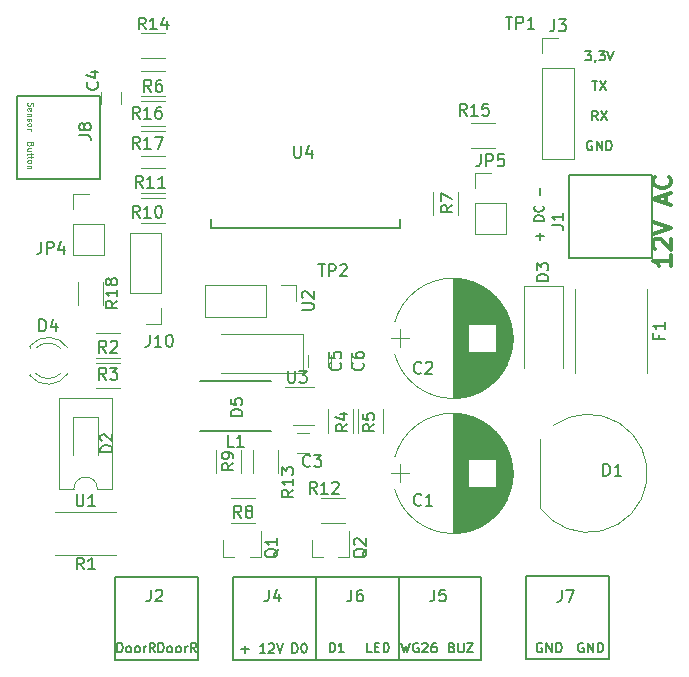
<source format=gbr>
%TF.GenerationSoftware,KiCad,Pcbnew,(5.0.2)-1*%
%TF.CreationDate,2019-04-17T22:45:11+02:00*%
%TF.ProjectId,nfc-door-x4,6e66632d-646f-46f7-922d-78342e6b6963,rev?*%
%TF.SameCoordinates,Original*%
%TF.FileFunction,Legend,Top*%
%TF.FilePolarity,Positive*%
%FSLAX46Y46*%
G04 Gerber Fmt 4.6, Leading zero omitted, Abs format (unit mm)*
G04 Created by KiCad (PCBNEW (5.0.2)-1) date 17.04.2019 22:45:11*
%MOMM*%
%LPD*%
G01*
G04 APERTURE LIST*
%ADD10C,0.200000*%
%ADD11C,0.150000*%
%ADD12C,0.300000*%
%ADD13C,0.125000*%
%ADD14C,0.120000*%
%ADD15C,0.152400*%
G04 APERTURE END LIST*
D10*
X105557142Y-122903523D02*
X105557142Y-122294000D01*
X105861904Y-122598761D02*
X105252380Y-122598761D01*
X105861904Y-121303523D02*
X105061904Y-121303523D01*
X105061904Y-121113047D01*
X105100000Y-120998761D01*
X105176190Y-120922571D01*
X105252380Y-120884476D01*
X105404761Y-120846380D01*
X105519047Y-120846380D01*
X105671428Y-120884476D01*
X105747619Y-120922571D01*
X105823809Y-120998761D01*
X105861904Y-121113047D01*
X105861904Y-121303523D01*
X105785714Y-120046380D02*
X105823809Y-120084476D01*
X105861904Y-120198761D01*
X105861904Y-120274952D01*
X105823809Y-120389238D01*
X105747619Y-120465428D01*
X105671428Y-120503523D01*
X105519047Y-120541619D01*
X105404761Y-120541619D01*
X105252380Y-120503523D01*
X105176190Y-120465428D01*
X105100000Y-120389238D01*
X105061904Y-120274952D01*
X105061904Y-120198761D01*
X105100000Y-120084476D01*
X105138095Y-120046380D01*
X105557142Y-119094000D02*
X105557142Y-118484476D01*
X109970476Y-114579000D02*
X109894285Y-114540904D01*
X109780000Y-114540904D01*
X109665714Y-114579000D01*
X109589523Y-114655190D01*
X109551428Y-114731380D01*
X109513333Y-114883761D01*
X109513333Y-114998047D01*
X109551428Y-115150428D01*
X109589523Y-115226619D01*
X109665714Y-115302809D01*
X109780000Y-115340904D01*
X109856190Y-115340904D01*
X109970476Y-115302809D01*
X110008571Y-115264714D01*
X110008571Y-114998047D01*
X109856190Y-114998047D01*
X110351428Y-115340904D02*
X110351428Y-114540904D01*
X110808571Y-115340904D01*
X110808571Y-114540904D01*
X111189523Y-115340904D02*
X111189523Y-114540904D01*
X111380000Y-114540904D01*
X111494285Y-114579000D01*
X111570476Y-114655190D01*
X111608571Y-114731380D01*
X111646666Y-114883761D01*
X111646666Y-114998047D01*
X111608571Y-115150428D01*
X111570476Y-115226619D01*
X111494285Y-115302809D01*
X111380000Y-115340904D01*
X111189523Y-115340904D01*
X110446666Y-112800904D02*
X110180000Y-112419952D01*
X109989523Y-112800904D02*
X109989523Y-112000904D01*
X110294285Y-112000904D01*
X110370476Y-112039000D01*
X110408571Y-112077095D01*
X110446666Y-112153285D01*
X110446666Y-112267571D01*
X110408571Y-112343761D01*
X110370476Y-112381857D01*
X110294285Y-112419952D01*
X109989523Y-112419952D01*
X110713333Y-112000904D02*
X111246666Y-112800904D01*
X111246666Y-112000904D02*
X110713333Y-112800904D01*
X109970476Y-109460904D02*
X110427619Y-109460904D01*
X110199047Y-110260904D02*
X110199047Y-109460904D01*
X110618095Y-109460904D02*
X111151428Y-110260904D01*
X111151428Y-109460904D02*
X110618095Y-110260904D01*
X109399047Y-106920904D02*
X109894285Y-106920904D01*
X109627619Y-107225666D01*
X109741904Y-107225666D01*
X109818095Y-107263761D01*
X109856190Y-107301857D01*
X109894285Y-107378047D01*
X109894285Y-107568523D01*
X109856190Y-107644714D01*
X109818095Y-107682809D01*
X109741904Y-107720904D01*
X109513333Y-107720904D01*
X109437142Y-107682809D01*
X109399047Y-107644714D01*
X110275238Y-107682809D02*
X110275238Y-107720904D01*
X110237142Y-107797095D01*
X110199047Y-107835190D01*
X110541904Y-106920904D02*
X111037142Y-106920904D01*
X110770476Y-107225666D01*
X110884761Y-107225666D01*
X110960952Y-107263761D01*
X110999047Y-107301857D01*
X111037142Y-107378047D01*
X111037142Y-107568523D01*
X110999047Y-107644714D01*
X110960952Y-107682809D01*
X110884761Y-107720904D01*
X110656190Y-107720904D01*
X110580000Y-107682809D01*
X110541904Y-107644714D01*
X111265714Y-106920904D02*
X111532380Y-107720904D01*
X111799047Y-106920904D01*
D11*
X109230476Y-157084000D02*
X109154285Y-157045904D01*
X109040000Y-157045904D01*
X108925714Y-157084000D01*
X108849523Y-157160190D01*
X108811428Y-157236380D01*
X108773333Y-157388761D01*
X108773333Y-157503047D01*
X108811428Y-157655428D01*
X108849523Y-157731619D01*
X108925714Y-157807809D01*
X109040000Y-157845904D01*
X109116190Y-157845904D01*
X109230476Y-157807809D01*
X109268571Y-157769714D01*
X109268571Y-157503047D01*
X109116190Y-157503047D01*
X109611428Y-157845904D02*
X109611428Y-157045904D01*
X110068571Y-157845904D01*
X110068571Y-157045904D01*
X110449523Y-157845904D02*
X110449523Y-157045904D01*
X110640000Y-157045904D01*
X110754285Y-157084000D01*
X110830476Y-157160190D01*
X110868571Y-157236380D01*
X110906666Y-157388761D01*
X110906666Y-157503047D01*
X110868571Y-157655428D01*
X110830476Y-157731619D01*
X110754285Y-157807809D01*
X110640000Y-157845904D01*
X110449523Y-157845904D01*
X73259047Y-157845904D02*
X73259047Y-157045904D01*
X73449523Y-157045904D01*
X73563809Y-157084000D01*
X73640000Y-157160190D01*
X73678095Y-157236380D01*
X73716190Y-157388761D01*
X73716190Y-157503047D01*
X73678095Y-157655428D01*
X73640000Y-157731619D01*
X73563809Y-157807809D01*
X73449523Y-157845904D01*
X73259047Y-157845904D01*
X74173333Y-157845904D02*
X74097142Y-157807809D01*
X74059047Y-157769714D01*
X74020952Y-157693523D01*
X74020952Y-157464952D01*
X74059047Y-157388761D01*
X74097142Y-157350666D01*
X74173333Y-157312571D01*
X74287619Y-157312571D01*
X74363809Y-157350666D01*
X74401904Y-157388761D01*
X74440000Y-157464952D01*
X74440000Y-157693523D01*
X74401904Y-157769714D01*
X74363809Y-157807809D01*
X74287619Y-157845904D01*
X74173333Y-157845904D01*
X74897142Y-157845904D02*
X74820952Y-157807809D01*
X74782857Y-157769714D01*
X74744761Y-157693523D01*
X74744761Y-157464952D01*
X74782857Y-157388761D01*
X74820952Y-157350666D01*
X74897142Y-157312571D01*
X75011428Y-157312571D01*
X75087619Y-157350666D01*
X75125714Y-157388761D01*
X75163809Y-157464952D01*
X75163809Y-157693523D01*
X75125714Y-157769714D01*
X75087619Y-157807809D01*
X75011428Y-157845904D01*
X74897142Y-157845904D01*
X75506666Y-157845904D02*
X75506666Y-157312571D01*
X75506666Y-157464952D02*
X75544761Y-157388761D01*
X75582857Y-157350666D01*
X75659047Y-157312571D01*
X75735238Y-157312571D01*
X76459047Y-157845904D02*
X76192380Y-157464952D01*
X76001904Y-157845904D02*
X76001904Y-157045904D01*
X76306666Y-157045904D01*
X76382857Y-157084000D01*
X76420952Y-157122095D01*
X76459047Y-157198285D01*
X76459047Y-157312571D01*
X76420952Y-157388761D01*
X76382857Y-157426857D01*
X76306666Y-157464952D01*
X76001904Y-157464952D01*
X69759047Y-157845904D02*
X69759047Y-157045904D01*
X69949523Y-157045904D01*
X70063809Y-157084000D01*
X70140000Y-157160190D01*
X70178095Y-157236380D01*
X70216190Y-157388761D01*
X70216190Y-157503047D01*
X70178095Y-157655428D01*
X70140000Y-157731619D01*
X70063809Y-157807809D01*
X69949523Y-157845904D01*
X69759047Y-157845904D01*
X70673333Y-157845904D02*
X70597142Y-157807809D01*
X70559047Y-157769714D01*
X70520952Y-157693523D01*
X70520952Y-157464952D01*
X70559047Y-157388761D01*
X70597142Y-157350666D01*
X70673333Y-157312571D01*
X70787619Y-157312571D01*
X70863809Y-157350666D01*
X70901904Y-157388761D01*
X70940000Y-157464952D01*
X70940000Y-157693523D01*
X70901904Y-157769714D01*
X70863809Y-157807809D01*
X70787619Y-157845904D01*
X70673333Y-157845904D01*
X71397142Y-157845904D02*
X71320952Y-157807809D01*
X71282857Y-157769714D01*
X71244761Y-157693523D01*
X71244761Y-157464952D01*
X71282857Y-157388761D01*
X71320952Y-157350666D01*
X71397142Y-157312571D01*
X71511428Y-157312571D01*
X71587619Y-157350666D01*
X71625714Y-157388761D01*
X71663809Y-157464952D01*
X71663809Y-157693523D01*
X71625714Y-157769714D01*
X71587619Y-157807809D01*
X71511428Y-157845904D01*
X71397142Y-157845904D01*
X72006666Y-157845904D02*
X72006666Y-157312571D01*
X72006666Y-157464952D02*
X72044761Y-157388761D01*
X72082857Y-157350666D01*
X72159047Y-157312571D01*
X72235238Y-157312571D01*
X72959047Y-157845904D02*
X72692380Y-157464952D01*
X72501904Y-157845904D02*
X72501904Y-157045904D01*
X72806666Y-157045904D01*
X72882857Y-157084000D01*
X72920952Y-157122095D01*
X72959047Y-157198285D01*
X72959047Y-157312571D01*
X72920952Y-157388761D01*
X72882857Y-157426857D01*
X72806666Y-157464952D01*
X72501904Y-157464952D01*
D12*
X116668571Y-124236857D02*
X116668571Y-125094000D01*
X116668571Y-124665428D02*
X115168571Y-124665428D01*
X115382857Y-124808285D01*
X115525714Y-124951142D01*
X115597142Y-125094000D01*
X115311428Y-123665428D02*
X115240000Y-123594000D01*
X115168571Y-123451142D01*
X115168571Y-123094000D01*
X115240000Y-122951142D01*
X115311428Y-122879714D01*
X115454285Y-122808285D01*
X115597142Y-122808285D01*
X115811428Y-122879714D01*
X116668571Y-123736857D01*
X116668571Y-122808285D01*
X115168571Y-122379714D02*
X116668571Y-121879714D01*
X115168571Y-121379714D01*
X116240000Y-119808285D02*
X116240000Y-119094000D01*
X116668571Y-119951142D02*
X115168571Y-119451142D01*
X116668571Y-118951142D01*
X116525714Y-117594000D02*
X116597142Y-117665428D01*
X116668571Y-117879714D01*
X116668571Y-118022571D01*
X116597142Y-118236857D01*
X116454285Y-118379714D01*
X116311428Y-118451142D01*
X116025714Y-118522571D01*
X115811428Y-118522571D01*
X115525714Y-118451142D01*
X115382857Y-118379714D01*
X115240000Y-118236857D01*
X115168571Y-118022571D01*
X115168571Y-117879714D01*
X115240000Y-117665428D01*
X115311428Y-117594000D01*
D11*
X105730476Y-157084000D02*
X105654285Y-157045904D01*
X105540000Y-157045904D01*
X105425714Y-157084000D01*
X105349523Y-157160190D01*
X105311428Y-157236380D01*
X105273333Y-157388761D01*
X105273333Y-157503047D01*
X105311428Y-157655428D01*
X105349523Y-157731619D01*
X105425714Y-157807809D01*
X105540000Y-157845904D01*
X105616190Y-157845904D01*
X105730476Y-157807809D01*
X105768571Y-157769714D01*
X105768571Y-157503047D01*
X105616190Y-157503047D01*
X106111428Y-157845904D02*
X106111428Y-157045904D01*
X106568571Y-157845904D01*
X106568571Y-157045904D01*
X106949523Y-157845904D02*
X106949523Y-157045904D01*
X107140000Y-157045904D01*
X107254285Y-157084000D01*
X107330476Y-157160190D01*
X107368571Y-157236380D01*
X107406666Y-157388761D01*
X107406666Y-157503047D01*
X107368571Y-157655428D01*
X107330476Y-157731619D01*
X107254285Y-157807809D01*
X107140000Y-157845904D01*
X106949523Y-157845904D01*
D13*
X62431714Y-114827428D02*
X62407904Y-114898857D01*
X62384095Y-114922666D01*
X62336476Y-114946476D01*
X62265047Y-114946476D01*
X62217428Y-114922666D01*
X62193619Y-114898857D01*
X62169809Y-114851238D01*
X62169809Y-114660761D01*
X62669809Y-114660761D01*
X62669809Y-114827428D01*
X62646000Y-114875047D01*
X62622190Y-114898857D01*
X62574571Y-114922666D01*
X62526952Y-114922666D01*
X62479333Y-114898857D01*
X62455523Y-114875047D01*
X62431714Y-114827428D01*
X62431714Y-114660761D01*
X62503142Y-115375047D02*
X62169809Y-115375047D01*
X62503142Y-115160761D02*
X62241238Y-115160761D01*
X62193619Y-115184571D01*
X62169809Y-115232190D01*
X62169809Y-115303619D01*
X62193619Y-115351238D01*
X62217428Y-115375047D01*
X62503142Y-115541714D02*
X62503142Y-115732190D01*
X62669809Y-115613142D02*
X62241238Y-115613142D01*
X62193619Y-115636952D01*
X62169809Y-115684571D01*
X62169809Y-115732190D01*
X62503142Y-115827428D02*
X62503142Y-116017904D01*
X62669809Y-115898857D02*
X62241238Y-115898857D01*
X62193619Y-115922666D01*
X62169809Y-115970285D01*
X62169809Y-116017904D01*
X62169809Y-116256000D02*
X62193619Y-116208380D01*
X62217428Y-116184571D01*
X62265047Y-116160761D01*
X62407904Y-116160761D01*
X62455523Y-116184571D01*
X62479333Y-116208380D01*
X62503142Y-116256000D01*
X62503142Y-116327428D01*
X62479333Y-116375047D01*
X62455523Y-116398857D01*
X62407904Y-116422666D01*
X62265047Y-116422666D01*
X62217428Y-116398857D01*
X62193619Y-116375047D01*
X62169809Y-116327428D01*
X62169809Y-116256000D01*
X62503142Y-116636952D02*
X62169809Y-116636952D01*
X62455523Y-116636952D02*
X62479333Y-116660761D01*
X62503142Y-116708380D01*
X62503142Y-116779809D01*
X62479333Y-116827428D01*
X62431714Y-116851238D01*
X62169809Y-116851238D01*
X62193619Y-111287333D02*
X62169809Y-111358761D01*
X62169809Y-111477809D01*
X62193619Y-111525428D01*
X62217428Y-111549238D01*
X62265047Y-111573047D01*
X62312666Y-111573047D01*
X62360285Y-111549238D01*
X62384095Y-111525428D01*
X62407904Y-111477809D01*
X62431714Y-111382571D01*
X62455523Y-111334952D01*
X62479333Y-111311142D01*
X62526952Y-111287333D01*
X62574571Y-111287333D01*
X62622190Y-111311142D01*
X62646000Y-111334952D01*
X62669809Y-111382571D01*
X62669809Y-111501619D01*
X62646000Y-111573047D01*
X62193619Y-111977809D02*
X62169809Y-111930190D01*
X62169809Y-111834952D01*
X62193619Y-111787333D01*
X62241238Y-111763523D01*
X62431714Y-111763523D01*
X62479333Y-111787333D01*
X62503142Y-111834952D01*
X62503142Y-111930190D01*
X62479333Y-111977809D01*
X62431714Y-112001619D01*
X62384095Y-112001619D01*
X62336476Y-111763523D01*
X62503142Y-112215904D02*
X62169809Y-112215904D01*
X62455523Y-112215904D02*
X62479333Y-112239714D01*
X62503142Y-112287333D01*
X62503142Y-112358761D01*
X62479333Y-112406380D01*
X62431714Y-112430190D01*
X62169809Y-112430190D01*
X62193619Y-112644476D02*
X62169809Y-112692095D01*
X62169809Y-112787333D01*
X62193619Y-112834952D01*
X62241238Y-112858761D01*
X62265047Y-112858761D01*
X62312666Y-112834952D01*
X62336476Y-112787333D01*
X62336476Y-112715904D01*
X62360285Y-112668285D01*
X62407904Y-112644476D01*
X62431714Y-112644476D01*
X62479333Y-112668285D01*
X62503142Y-112715904D01*
X62503142Y-112787333D01*
X62479333Y-112834952D01*
X62169809Y-113144476D02*
X62193619Y-113096857D01*
X62217428Y-113073047D01*
X62265047Y-113049238D01*
X62407904Y-113049238D01*
X62455523Y-113073047D01*
X62479333Y-113096857D01*
X62503142Y-113144476D01*
X62503142Y-113215904D01*
X62479333Y-113263523D01*
X62455523Y-113287333D01*
X62407904Y-113311142D01*
X62265047Y-113311142D01*
X62217428Y-113287333D01*
X62193619Y-113263523D01*
X62169809Y-113215904D01*
X62169809Y-113144476D01*
X62169809Y-113525428D02*
X62503142Y-113525428D01*
X62407904Y-113525428D02*
X62455523Y-113549238D01*
X62479333Y-113573047D01*
X62503142Y-113620666D01*
X62503142Y-113668285D01*
D11*
X98097142Y-157426857D02*
X98211428Y-157464952D01*
X98249523Y-157503047D01*
X98287619Y-157579238D01*
X98287619Y-157693523D01*
X98249523Y-157769714D01*
X98211428Y-157807809D01*
X98135238Y-157845904D01*
X97830476Y-157845904D01*
X97830476Y-157045904D01*
X98097142Y-157045904D01*
X98173333Y-157084000D01*
X98211428Y-157122095D01*
X98249523Y-157198285D01*
X98249523Y-157274476D01*
X98211428Y-157350666D01*
X98173333Y-157388761D01*
X98097142Y-157426857D01*
X97830476Y-157426857D01*
X98630476Y-157045904D02*
X98630476Y-157693523D01*
X98668571Y-157769714D01*
X98706666Y-157807809D01*
X98782857Y-157845904D01*
X98935238Y-157845904D01*
X99011428Y-157807809D01*
X99049523Y-157769714D01*
X99087619Y-157693523D01*
X99087619Y-157045904D01*
X99392380Y-157045904D02*
X99925714Y-157045904D01*
X99392380Y-157845904D01*
X99925714Y-157845904D01*
X93835238Y-157045904D02*
X94025714Y-157845904D01*
X94178095Y-157274476D01*
X94330476Y-157845904D01*
X94520952Y-157045904D01*
X95244761Y-157084000D02*
X95168571Y-157045904D01*
X95054285Y-157045904D01*
X94940000Y-157084000D01*
X94863809Y-157160190D01*
X94825714Y-157236380D01*
X94787619Y-157388761D01*
X94787619Y-157503047D01*
X94825714Y-157655428D01*
X94863809Y-157731619D01*
X94940000Y-157807809D01*
X95054285Y-157845904D01*
X95130476Y-157845904D01*
X95244761Y-157807809D01*
X95282857Y-157769714D01*
X95282857Y-157503047D01*
X95130476Y-157503047D01*
X95587619Y-157122095D02*
X95625714Y-157084000D01*
X95701904Y-157045904D01*
X95892380Y-157045904D01*
X95968571Y-157084000D01*
X96006666Y-157122095D01*
X96044761Y-157198285D01*
X96044761Y-157274476D01*
X96006666Y-157388761D01*
X95549523Y-157845904D01*
X96044761Y-157845904D01*
X96730476Y-157045904D02*
X96578095Y-157045904D01*
X96501904Y-157084000D01*
X96463809Y-157122095D01*
X96387619Y-157236380D01*
X96349523Y-157388761D01*
X96349523Y-157693523D01*
X96387619Y-157769714D01*
X96425714Y-157807809D01*
X96501904Y-157845904D01*
X96654285Y-157845904D01*
X96730476Y-157807809D01*
X96768571Y-157769714D01*
X96806666Y-157693523D01*
X96806666Y-157503047D01*
X96768571Y-157426857D01*
X96730476Y-157388761D01*
X96654285Y-157350666D01*
X96501904Y-157350666D01*
X96425714Y-157388761D01*
X96387619Y-157426857D01*
X96349523Y-157503047D01*
X91325714Y-157845904D02*
X90944761Y-157845904D01*
X90944761Y-157045904D01*
X91592380Y-157426857D02*
X91859047Y-157426857D01*
X91973333Y-157845904D02*
X91592380Y-157845904D01*
X91592380Y-157045904D01*
X91973333Y-157045904D01*
X92316190Y-157845904D02*
X92316190Y-157045904D01*
X92506666Y-157045904D01*
X92620952Y-157084000D01*
X92697142Y-157160190D01*
X92735238Y-157236380D01*
X92773333Y-157388761D01*
X92773333Y-157503047D01*
X92735238Y-157655428D01*
X92697142Y-157731619D01*
X92620952Y-157807809D01*
X92506666Y-157845904D01*
X92316190Y-157845904D01*
X87749523Y-157845904D02*
X87749523Y-157045904D01*
X87940000Y-157045904D01*
X88054285Y-157084000D01*
X88130476Y-157160190D01*
X88168571Y-157236380D01*
X88206666Y-157388761D01*
X88206666Y-157503047D01*
X88168571Y-157655428D01*
X88130476Y-157731619D01*
X88054285Y-157807809D01*
X87940000Y-157845904D01*
X87749523Y-157845904D01*
X88968571Y-157845904D02*
X88511428Y-157845904D01*
X88740000Y-157845904D02*
X88740000Y-157045904D01*
X88663809Y-157160190D01*
X88587619Y-157236380D01*
X88511428Y-157274476D01*
X84589523Y-157885904D02*
X84589523Y-157085904D01*
X84780000Y-157085904D01*
X84894285Y-157124000D01*
X84970476Y-157200190D01*
X85008571Y-157276380D01*
X85046666Y-157428761D01*
X85046666Y-157543047D01*
X85008571Y-157695428D01*
X84970476Y-157771619D01*
X84894285Y-157847809D01*
X84780000Y-157885904D01*
X84589523Y-157885904D01*
X85541904Y-157085904D02*
X85618095Y-157085904D01*
X85694285Y-157124000D01*
X85732380Y-157162095D01*
X85770476Y-157238285D01*
X85808571Y-157390666D01*
X85808571Y-157581142D01*
X85770476Y-157733523D01*
X85732380Y-157809714D01*
X85694285Y-157847809D01*
X85618095Y-157885904D01*
X85541904Y-157885904D01*
X85465714Y-157847809D01*
X85427619Y-157809714D01*
X85389523Y-157733523D01*
X85351428Y-157581142D01*
X85351428Y-157390666D01*
X85389523Y-157238285D01*
X85427619Y-157162095D01*
X85465714Y-157124000D01*
X85541904Y-157085904D01*
X80290714Y-157581142D02*
X80900238Y-157581142D01*
X80595476Y-157885904D02*
X80595476Y-157276380D01*
X82309761Y-157885904D02*
X81852619Y-157885904D01*
X82081190Y-157885904D02*
X82081190Y-157085904D01*
X82005000Y-157200190D01*
X81928809Y-157276380D01*
X81852619Y-157314476D01*
X82614523Y-157162095D02*
X82652619Y-157124000D01*
X82728809Y-157085904D01*
X82919285Y-157085904D01*
X82995476Y-157124000D01*
X83033571Y-157162095D01*
X83071666Y-157238285D01*
X83071666Y-157314476D01*
X83033571Y-157428761D01*
X82576428Y-157885904D01*
X83071666Y-157885904D01*
X83300238Y-157085904D02*
X83566904Y-157885904D01*
X83833571Y-157085904D01*
D14*
X73505000Y-122300000D02*
X70845000Y-122300000D01*
X73505000Y-127440000D02*
X73505000Y-122300000D01*
X70845000Y-127440000D02*
X70845000Y-122300000D01*
X73505000Y-127440000D02*
X70845000Y-127440000D01*
X73505000Y-128710000D02*
X73505000Y-130040000D01*
X73505000Y-130040000D02*
X72175000Y-130040000D01*
X105770000Y-116070000D02*
X108430000Y-116070000D01*
X105770000Y-108390000D02*
X105770000Y-116070000D01*
X108430000Y-108390000D02*
X108430000Y-116070000D01*
X105770000Y-108390000D02*
X108430000Y-108390000D01*
X105770000Y-107120000D02*
X105770000Y-105790000D01*
X105770000Y-105790000D02*
X107100000Y-105790000D01*
X99750000Y-113035000D02*
X101750000Y-113035000D01*
X101750000Y-115175000D02*
X99750000Y-115175000D01*
X71810000Y-111130000D02*
X73810000Y-111130000D01*
X73810000Y-113270000D02*
X71810000Y-113270000D01*
X71810000Y-113670000D02*
X73810000Y-113670000D01*
X73810000Y-115810000D02*
X71810000Y-115810000D01*
X66406000Y-128440000D02*
X66406000Y-126440000D01*
X68546000Y-126440000D02*
X68546000Y-128440000D01*
X73810000Y-107555000D02*
X71810000Y-107555000D01*
X71810000Y-105415000D02*
X73810000Y-105415000D01*
D11*
X100590000Y-158484000D02*
X100590000Y-151484000D01*
X93590000Y-151484000D02*
X93590000Y-158484000D01*
X100590000Y-151484000D02*
X93590000Y-151484000D01*
X100590000Y-158484000D02*
X93590000Y-158484000D01*
X61309000Y-117760000D02*
X68309000Y-117760000D01*
X68309000Y-110760000D02*
X61309000Y-110760000D01*
X68309000Y-117760000D02*
X68309000Y-110760000D01*
X61309000Y-117760000D02*
X61309000Y-110760000D01*
D14*
X77195000Y-126745000D02*
X77195000Y-129405000D01*
X82335000Y-126745000D02*
X77195000Y-126745000D01*
X82335000Y-129405000D02*
X77195000Y-129405000D01*
X82335000Y-126745000D02*
X82335000Y-129405000D01*
X83605000Y-126745000D02*
X84935000Y-126745000D01*
X84935000Y-126745000D02*
X84935000Y-128075000D01*
X66095000Y-144010000D02*
G75*
G02X68095000Y-144010000I1000000J0D01*
G01*
X68095000Y-144010000D02*
X69345000Y-144010000D01*
X69345000Y-144010000D02*
X69345000Y-136270000D01*
X69345000Y-136270000D02*
X64845000Y-136270000D01*
X64845000Y-136270000D02*
X64845000Y-144010000D01*
X64845000Y-144010000D02*
X66095000Y-144010000D01*
X100055000Y-122420000D02*
X102715000Y-122420000D01*
X100055000Y-119820000D02*
X100055000Y-122420000D01*
X102715000Y-119820000D02*
X102715000Y-122420000D01*
X100055000Y-119820000D02*
X102715000Y-119820000D01*
X100055000Y-118550000D02*
X100055000Y-117220000D01*
X100055000Y-117220000D02*
X101385000Y-117220000D01*
X66019000Y-124198000D02*
X68679000Y-124198000D01*
X66019000Y-121598000D02*
X66019000Y-124198000D01*
X68679000Y-121598000D02*
X68679000Y-124198000D01*
X66019000Y-121598000D02*
X68679000Y-121598000D01*
X66019000Y-120328000D02*
X66019000Y-118998000D01*
X66019000Y-118998000D02*
X67349000Y-118998000D01*
X70104000Y-111430000D02*
X70104000Y-110430000D01*
X68404000Y-110430000D02*
X68404000Y-111430000D01*
X89535000Y-133655000D02*
X89535000Y-132655000D01*
X87835000Y-132655000D02*
X87835000Y-133655000D01*
X78760000Y-149744000D02*
X79690000Y-149744000D01*
X81920000Y-149744000D02*
X80990000Y-149744000D01*
X81920000Y-149744000D02*
X81920000Y-147584000D01*
X78760000Y-149744000D02*
X78760000Y-148284000D01*
X86260000Y-149744000D02*
X87190000Y-149744000D01*
X89420000Y-149744000D02*
X88490000Y-149744000D01*
X89420000Y-149744000D02*
X89420000Y-147584000D01*
X86260000Y-149744000D02*
X86260000Y-148284000D01*
X103068437Y-141296736D02*
G75*
G03X93270643Y-141300000I-4898437J-1383264D01*
G01*
X103068437Y-144063264D02*
G75*
G02X93270643Y-144060000I-4898437J1383264D01*
G01*
X103068437Y-144063264D02*
G75*
G03X103069357Y-141300000I-4898437J1383264D01*
G01*
X98170000Y-137630000D02*
X98170000Y-147730000D01*
X98210000Y-137630000D02*
X98210000Y-147730000D01*
X98250000Y-137630000D02*
X98250000Y-147730000D01*
X98290000Y-137631000D02*
X98290000Y-147729000D01*
X98330000Y-137632000D02*
X98330000Y-147728000D01*
X98370000Y-137633000D02*
X98370000Y-147727000D01*
X98410000Y-137635000D02*
X98410000Y-147725000D01*
X98450000Y-137637000D02*
X98450000Y-147723000D01*
X98490000Y-137640000D02*
X98490000Y-147720000D01*
X98530000Y-137642000D02*
X98530000Y-147718000D01*
X98570000Y-137645000D02*
X98570000Y-147715000D01*
X98610000Y-137649000D02*
X98610000Y-147711000D01*
X98650000Y-137652000D02*
X98650000Y-147708000D01*
X98690000Y-137656000D02*
X98690000Y-147704000D01*
X98730000Y-137660000D02*
X98730000Y-147700000D01*
X98770000Y-137665000D02*
X98770000Y-147695000D01*
X98810000Y-137670000D02*
X98810000Y-147690000D01*
X98850000Y-137675000D02*
X98850000Y-147685000D01*
X98891000Y-137681000D02*
X98891000Y-147679000D01*
X98931000Y-137687000D02*
X98931000Y-147673000D01*
X98971000Y-137693000D02*
X98971000Y-147667000D01*
X99011000Y-137699000D02*
X99011000Y-147661000D01*
X99051000Y-137706000D02*
X99051000Y-147654000D01*
X99091000Y-137713000D02*
X99091000Y-147647000D01*
X99131000Y-137721000D02*
X99131000Y-147639000D01*
X99171000Y-137729000D02*
X99171000Y-147631000D01*
X99211000Y-137737000D02*
X99211000Y-147623000D01*
X99251000Y-137745000D02*
X99251000Y-147615000D01*
X99291000Y-137754000D02*
X99291000Y-147606000D01*
X99331000Y-137763000D02*
X99331000Y-147597000D01*
X99371000Y-137773000D02*
X99371000Y-147587000D01*
X99411000Y-137783000D02*
X99411000Y-147577000D01*
X99451000Y-137793000D02*
X99451000Y-147567000D01*
X99491000Y-137804000D02*
X99491000Y-141499000D01*
X99491000Y-143861000D02*
X99491000Y-147556000D01*
X99531000Y-137815000D02*
X99531000Y-141499000D01*
X99531000Y-143861000D02*
X99531000Y-147545000D01*
X99571000Y-137826000D02*
X99571000Y-141499000D01*
X99571000Y-143861000D02*
X99571000Y-147534000D01*
X99611000Y-137837000D02*
X99611000Y-141499000D01*
X99611000Y-143861000D02*
X99611000Y-147523000D01*
X99651000Y-137849000D02*
X99651000Y-141499000D01*
X99651000Y-143861000D02*
X99651000Y-147511000D01*
X99691000Y-137862000D02*
X99691000Y-141499000D01*
X99691000Y-143861000D02*
X99691000Y-147498000D01*
X99731000Y-137874000D02*
X99731000Y-141499000D01*
X99731000Y-143861000D02*
X99731000Y-147486000D01*
X99771000Y-137888000D02*
X99771000Y-141499000D01*
X99771000Y-143861000D02*
X99771000Y-147472000D01*
X99811000Y-137901000D02*
X99811000Y-141499000D01*
X99811000Y-143861000D02*
X99811000Y-147459000D01*
X99851000Y-137915000D02*
X99851000Y-141499000D01*
X99851000Y-143861000D02*
X99851000Y-147445000D01*
X99891000Y-137929000D02*
X99891000Y-141499000D01*
X99891000Y-143861000D02*
X99891000Y-147431000D01*
X99931000Y-137943000D02*
X99931000Y-141499000D01*
X99931000Y-143861000D02*
X99931000Y-147417000D01*
X99971000Y-137958000D02*
X99971000Y-141499000D01*
X99971000Y-143861000D02*
X99971000Y-147402000D01*
X100011000Y-137974000D02*
X100011000Y-141499000D01*
X100011000Y-143861000D02*
X100011000Y-147386000D01*
X100051000Y-137989000D02*
X100051000Y-141499000D01*
X100051000Y-143861000D02*
X100051000Y-147371000D01*
X100091000Y-138006000D02*
X100091000Y-141499000D01*
X100091000Y-143861000D02*
X100091000Y-147354000D01*
X100131000Y-138022000D02*
X100131000Y-141499000D01*
X100131000Y-143861000D02*
X100131000Y-147338000D01*
X100171000Y-138039000D02*
X100171000Y-141499000D01*
X100171000Y-143861000D02*
X100171000Y-147321000D01*
X100211000Y-138056000D02*
X100211000Y-141499000D01*
X100211000Y-143861000D02*
X100211000Y-147304000D01*
X100251000Y-138074000D02*
X100251000Y-141499000D01*
X100251000Y-143861000D02*
X100251000Y-147286000D01*
X100291000Y-138092000D02*
X100291000Y-141499000D01*
X100291000Y-143861000D02*
X100291000Y-147268000D01*
X100331000Y-138111000D02*
X100331000Y-141499000D01*
X100331000Y-143861000D02*
X100331000Y-147249000D01*
X100371000Y-138130000D02*
X100371000Y-141499000D01*
X100371000Y-143861000D02*
X100371000Y-147230000D01*
X100411000Y-138149000D02*
X100411000Y-141499000D01*
X100411000Y-143861000D02*
X100411000Y-147211000D01*
X100451000Y-138169000D02*
X100451000Y-141499000D01*
X100451000Y-143861000D02*
X100451000Y-147191000D01*
X100491000Y-138189000D02*
X100491000Y-141499000D01*
X100491000Y-143861000D02*
X100491000Y-147171000D01*
X100531000Y-138210000D02*
X100531000Y-141499000D01*
X100531000Y-143861000D02*
X100531000Y-147150000D01*
X100571000Y-138231000D02*
X100571000Y-141499000D01*
X100571000Y-143861000D02*
X100571000Y-147129000D01*
X100611000Y-138252000D02*
X100611000Y-141499000D01*
X100611000Y-143861000D02*
X100611000Y-147108000D01*
X100651000Y-138275000D02*
X100651000Y-141499000D01*
X100651000Y-143861000D02*
X100651000Y-147085000D01*
X100691000Y-138297000D02*
X100691000Y-141499000D01*
X100691000Y-143861000D02*
X100691000Y-147063000D01*
X100731000Y-138320000D02*
X100731000Y-141499000D01*
X100731000Y-143861000D02*
X100731000Y-147040000D01*
X100771000Y-138344000D02*
X100771000Y-141499000D01*
X100771000Y-143861000D02*
X100771000Y-147016000D01*
X100811000Y-138368000D02*
X100811000Y-141499000D01*
X100811000Y-143861000D02*
X100811000Y-146992000D01*
X100851000Y-138392000D02*
X100851000Y-141499000D01*
X100851000Y-143861000D02*
X100851000Y-146968000D01*
X100891000Y-138417000D02*
X100891000Y-141499000D01*
X100891000Y-143861000D02*
X100891000Y-146943000D01*
X100931000Y-138443000D02*
X100931000Y-141499000D01*
X100931000Y-143861000D02*
X100931000Y-146917000D01*
X100971000Y-138469000D02*
X100971000Y-141499000D01*
X100971000Y-143861000D02*
X100971000Y-146891000D01*
X101011000Y-138495000D02*
X101011000Y-141499000D01*
X101011000Y-143861000D02*
X101011000Y-146865000D01*
X101051000Y-138523000D02*
X101051000Y-141499000D01*
X101051000Y-143861000D02*
X101051000Y-146837000D01*
X101091000Y-138550000D02*
X101091000Y-141499000D01*
X101091000Y-143861000D02*
X101091000Y-146810000D01*
X101131000Y-138579000D02*
X101131000Y-141499000D01*
X101131000Y-143861000D02*
X101131000Y-146781000D01*
X101171000Y-138608000D02*
X101171000Y-141499000D01*
X101171000Y-143861000D02*
X101171000Y-146752000D01*
X101211000Y-138637000D02*
X101211000Y-141499000D01*
X101211000Y-143861000D02*
X101211000Y-146723000D01*
X101251000Y-138667000D02*
X101251000Y-141499000D01*
X101251000Y-143861000D02*
X101251000Y-146693000D01*
X101291000Y-138698000D02*
X101291000Y-141499000D01*
X101291000Y-143861000D02*
X101291000Y-146662000D01*
X101331000Y-138729000D02*
X101331000Y-141499000D01*
X101331000Y-143861000D02*
X101331000Y-146631000D01*
X101371000Y-138761000D02*
X101371000Y-141499000D01*
X101371000Y-143861000D02*
X101371000Y-146599000D01*
X101411000Y-138794000D02*
X101411000Y-141499000D01*
X101411000Y-143861000D02*
X101411000Y-146566000D01*
X101451000Y-138827000D02*
X101451000Y-141499000D01*
X101451000Y-143861000D02*
X101451000Y-146533000D01*
X101491000Y-138861000D02*
X101491000Y-141499000D01*
X101491000Y-143861000D02*
X101491000Y-146499000D01*
X101531000Y-138896000D02*
X101531000Y-141499000D01*
X101531000Y-143861000D02*
X101531000Y-146464000D01*
X101571000Y-138932000D02*
X101571000Y-141499000D01*
X101571000Y-143861000D02*
X101571000Y-146428000D01*
X101611000Y-138968000D02*
X101611000Y-141499000D01*
X101611000Y-143861000D02*
X101611000Y-146392000D01*
X101651000Y-139005000D02*
X101651000Y-141499000D01*
X101651000Y-143861000D02*
X101651000Y-146355000D01*
X101691000Y-139043000D02*
X101691000Y-141499000D01*
X101691000Y-143861000D02*
X101691000Y-146317000D01*
X101731000Y-139082000D02*
X101731000Y-141499000D01*
X101731000Y-143861000D02*
X101731000Y-146278000D01*
X101771000Y-139121000D02*
X101771000Y-141499000D01*
X101771000Y-143861000D02*
X101771000Y-146239000D01*
X101811000Y-139162000D02*
X101811000Y-141499000D01*
X101811000Y-143861000D02*
X101811000Y-146198000D01*
X101851000Y-139203000D02*
X101851000Y-146157000D01*
X101891000Y-139245000D02*
X101891000Y-146115000D01*
X101931000Y-139289000D02*
X101931000Y-146071000D01*
X101971000Y-139333000D02*
X101971000Y-146027000D01*
X102011000Y-139378000D02*
X102011000Y-145982000D01*
X102051000Y-139425000D02*
X102051000Y-145935000D01*
X102091000Y-139473000D02*
X102091000Y-145887000D01*
X102131000Y-139522000D02*
X102131000Y-145838000D01*
X102171000Y-139572000D02*
X102171000Y-145788000D01*
X102211000Y-139623000D02*
X102211000Y-145737000D01*
X102251000Y-139676000D02*
X102251000Y-145684000D01*
X102291000Y-139731000D02*
X102291000Y-145629000D01*
X102331000Y-139786000D02*
X102331000Y-145574000D01*
X102371000Y-139844000D02*
X102371000Y-145516000D01*
X102411000Y-139903000D02*
X102411000Y-145457000D01*
X102451000Y-139965000D02*
X102451000Y-145395000D01*
X102491000Y-140028000D02*
X102491000Y-145332000D01*
X102531000Y-140093000D02*
X102531000Y-145267000D01*
X102571000Y-140161000D02*
X102571000Y-145199000D01*
X102611000Y-140231000D02*
X102611000Y-145129000D01*
X102651000Y-140303000D02*
X102651000Y-145057000D01*
X102691000Y-140379000D02*
X102691000Y-144981000D01*
X102731000Y-140458000D02*
X102731000Y-144902000D01*
X102771000Y-140540000D02*
X102771000Y-144820000D01*
X102811000Y-140627000D02*
X102811000Y-144733000D01*
X102851000Y-140718000D02*
X102851000Y-144642000D01*
X102891000Y-140814000D02*
X102891000Y-144546000D01*
X102931000Y-140917000D02*
X102931000Y-144443000D01*
X102971000Y-141026000D02*
X102971000Y-144334000D01*
X103011000Y-141144000D02*
X103011000Y-144216000D01*
X103051000Y-141273000D02*
X103051000Y-144087000D01*
X103091000Y-141415000D02*
X103091000Y-143945000D01*
X103131000Y-141576000D02*
X103131000Y-143784000D01*
X103171000Y-141767000D02*
X103171000Y-143593000D01*
X103211000Y-142008000D02*
X103211000Y-143352000D01*
X103251000Y-142401000D02*
X103251000Y-142959000D01*
X92970000Y-142680000D02*
X94470000Y-142680000D01*
X93720000Y-141930000D02*
X93720000Y-143430000D01*
X103068437Y-129866736D02*
G75*
G03X93270643Y-129870000I-4898437J-1383264D01*
G01*
X103068437Y-132633264D02*
G75*
G02X93270643Y-132630000I-4898437J1383264D01*
G01*
X103068437Y-132633264D02*
G75*
G03X103069357Y-129870000I-4898437J1383264D01*
G01*
X98170000Y-126200000D02*
X98170000Y-136300000D01*
X98210000Y-126200000D02*
X98210000Y-136300000D01*
X98250000Y-126200000D02*
X98250000Y-136300000D01*
X98290000Y-126201000D02*
X98290000Y-136299000D01*
X98330000Y-126202000D02*
X98330000Y-136298000D01*
X98370000Y-126203000D02*
X98370000Y-136297000D01*
X98410000Y-126205000D02*
X98410000Y-136295000D01*
X98450000Y-126207000D02*
X98450000Y-136293000D01*
X98490000Y-126210000D02*
X98490000Y-136290000D01*
X98530000Y-126212000D02*
X98530000Y-136288000D01*
X98570000Y-126215000D02*
X98570000Y-136285000D01*
X98610000Y-126219000D02*
X98610000Y-136281000D01*
X98650000Y-126222000D02*
X98650000Y-136278000D01*
X98690000Y-126226000D02*
X98690000Y-136274000D01*
X98730000Y-126230000D02*
X98730000Y-136270000D01*
X98770000Y-126235000D02*
X98770000Y-136265000D01*
X98810000Y-126240000D02*
X98810000Y-136260000D01*
X98850000Y-126245000D02*
X98850000Y-136255000D01*
X98891000Y-126251000D02*
X98891000Y-136249000D01*
X98931000Y-126257000D02*
X98931000Y-136243000D01*
X98971000Y-126263000D02*
X98971000Y-136237000D01*
X99011000Y-126269000D02*
X99011000Y-136231000D01*
X99051000Y-126276000D02*
X99051000Y-136224000D01*
X99091000Y-126283000D02*
X99091000Y-136217000D01*
X99131000Y-126291000D02*
X99131000Y-136209000D01*
X99171000Y-126299000D02*
X99171000Y-136201000D01*
X99211000Y-126307000D02*
X99211000Y-136193000D01*
X99251000Y-126315000D02*
X99251000Y-136185000D01*
X99291000Y-126324000D02*
X99291000Y-136176000D01*
X99331000Y-126333000D02*
X99331000Y-136167000D01*
X99371000Y-126343000D02*
X99371000Y-136157000D01*
X99411000Y-126353000D02*
X99411000Y-136147000D01*
X99451000Y-126363000D02*
X99451000Y-136137000D01*
X99491000Y-126374000D02*
X99491000Y-130069000D01*
X99491000Y-132431000D02*
X99491000Y-136126000D01*
X99531000Y-126385000D02*
X99531000Y-130069000D01*
X99531000Y-132431000D02*
X99531000Y-136115000D01*
X99571000Y-126396000D02*
X99571000Y-130069000D01*
X99571000Y-132431000D02*
X99571000Y-136104000D01*
X99611000Y-126407000D02*
X99611000Y-130069000D01*
X99611000Y-132431000D02*
X99611000Y-136093000D01*
X99651000Y-126419000D02*
X99651000Y-130069000D01*
X99651000Y-132431000D02*
X99651000Y-136081000D01*
X99691000Y-126432000D02*
X99691000Y-130069000D01*
X99691000Y-132431000D02*
X99691000Y-136068000D01*
X99731000Y-126444000D02*
X99731000Y-130069000D01*
X99731000Y-132431000D02*
X99731000Y-136056000D01*
X99771000Y-126458000D02*
X99771000Y-130069000D01*
X99771000Y-132431000D02*
X99771000Y-136042000D01*
X99811000Y-126471000D02*
X99811000Y-130069000D01*
X99811000Y-132431000D02*
X99811000Y-136029000D01*
X99851000Y-126485000D02*
X99851000Y-130069000D01*
X99851000Y-132431000D02*
X99851000Y-136015000D01*
X99891000Y-126499000D02*
X99891000Y-130069000D01*
X99891000Y-132431000D02*
X99891000Y-136001000D01*
X99931000Y-126513000D02*
X99931000Y-130069000D01*
X99931000Y-132431000D02*
X99931000Y-135987000D01*
X99971000Y-126528000D02*
X99971000Y-130069000D01*
X99971000Y-132431000D02*
X99971000Y-135972000D01*
X100011000Y-126544000D02*
X100011000Y-130069000D01*
X100011000Y-132431000D02*
X100011000Y-135956000D01*
X100051000Y-126559000D02*
X100051000Y-130069000D01*
X100051000Y-132431000D02*
X100051000Y-135941000D01*
X100091000Y-126576000D02*
X100091000Y-130069000D01*
X100091000Y-132431000D02*
X100091000Y-135924000D01*
X100131000Y-126592000D02*
X100131000Y-130069000D01*
X100131000Y-132431000D02*
X100131000Y-135908000D01*
X100171000Y-126609000D02*
X100171000Y-130069000D01*
X100171000Y-132431000D02*
X100171000Y-135891000D01*
X100211000Y-126626000D02*
X100211000Y-130069000D01*
X100211000Y-132431000D02*
X100211000Y-135874000D01*
X100251000Y-126644000D02*
X100251000Y-130069000D01*
X100251000Y-132431000D02*
X100251000Y-135856000D01*
X100291000Y-126662000D02*
X100291000Y-130069000D01*
X100291000Y-132431000D02*
X100291000Y-135838000D01*
X100331000Y-126681000D02*
X100331000Y-130069000D01*
X100331000Y-132431000D02*
X100331000Y-135819000D01*
X100371000Y-126700000D02*
X100371000Y-130069000D01*
X100371000Y-132431000D02*
X100371000Y-135800000D01*
X100411000Y-126719000D02*
X100411000Y-130069000D01*
X100411000Y-132431000D02*
X100411000Y-135781000D01*
X100451000Y-126739000D02*
X100451000Y-130069000D01*
X100451000Y-132431000D02*
X100451000Y-135761000D01*
X100491000Y-126759000D02*
X100491000Y-130069000D01*
X100491000Y-132431000D02*
X100491000Y-135741000D01*
X100531000Y-126780000D02*
X100531000Y-130069000D01*
X100531000Y-132431000D02*
X100531000Y-135720000D01*
X100571000Y-126801000D02*
X100571000Y-130069000D01*
X100571000Y-132431000D02*
X100571000Y-135699000D01*
X100611000Y-126822000D02*
X100611000Y-130069000D01*
X100611000Y-132431000D02*
X100611000Y-135678000D01*
X100651000Y-126845000D02*
X100651000Y-130069000D01*
X100651000Y-132431000D02*
X100651000Y-135655000D01*
X100691000Y-126867000D02*
X100691000Y-130069000D01*
X100691000Y-132431000D02*
X100691000Y-135633000D01*
X100731000Y-126890000D02*
X100731000Y-130069000D01*
X100731000Y-132431000D02*
X100731000Y-135610000D01*
X100771000Y-126914000D02*
X100771000Y-130069000D01*
X100771000Y-132431000D02*
X100771000Y-135586000D01*
X100811000Y-126938000D02*
X100811000Y-130069000D01*
X100811000Y-132431000D02*
X100811000Y-135562000D01*
X100851000Y-126962000D02*
X100851000Y-130069000D01*
X100851000Y-132431000D02*
X100851000Y-135538000D01*
X100891000Y-126987000D02*
X100891000Y-130069000D01*
X100891000Y-132431000D02*
X100891000Y-135513000D01*
X100931000Y-127013000D02*
X100931000Y-130069000D01*
X100931000Y-132431000D02*
X100931000Y-135487000D01*
X100971000Y-127039000D02*
X100971000Y-130069000D01*
X100971000Y-132431000D02*
X100971000Y-135461000D01*
X101011000Y-127065000D02*
X101011000Y-130069000D01*
X101011000Y-132431000D02*
X101011000Y-135435000D01*
X101051000Y-127093000D02*
X101051000Y-130069000D01*
X101051000Y-132431000D02*
X101051000Y-135407000D01*
X101091000Y-127120000D02*
X101091000Y-130069000D01*
X101091000Y-132431000D02*
X101091000Y-135380000D01*
X101131000Y-127149000D02*
X101131000Y-130069000D01*
X101131000Y-132431000D02*
X101131000Y-135351000D01*
X101171000Y-127178000D02*
X101171000Y-130069000D01*
X101171000Y-132431000D02*
X101171000Y-135322000D01*
X101211000Y-127207000D02*
X101211000Y-130069000D01*
X101211000Y-132431000D02*
X101211000Y-135293000D01*
X101251000Y-127237000D02*
X101251000Y-130069000D01*
X101251000Y-132431000D02*
X101251000Y-135263000D01*
X101291000Y-127268000D02*
X101291000Y-130069000D01*
X101291000Y-132431000D02*
X101291000Y-135232000D01*
X101331000Y-127299000D02*
X101331000Y-130069000D01*
X101331000Y-132431000D02*
X101331000Y-135201000D01*
X101371000Y-127331000D02*
X101371000Y-130069000D01*
X101371000Y-132431000D02*
X101371000Y-135169000D01*
X101411000Y-127364000D02*
X101411000Y-130069000D01*
X101411000Y-132431000D02*
X101411000Y-135136000D01*
X101451000Y-127397000D02*
X101451000Y-130069000D01*
X101451000Y-132431000D02*
X101451000Y-135103000D01*
X101491000Y-127431000D02*
X101491000Y-130069000D01*
X101491000Y-132431000D02*
X101491000Y-135069000D01*
X101531000Y-127466000D02*
X101531000Y-130069000D01*
X101531000Y-132431000D02*
X101531000Y-135034000D01*
X101571000Y-127502000D02*
X101571000Y-130069000D01*
X101571000Y-132431000D02*
X101571000Y-134998000D01*
X101611000Y-127538000D02*
X101611000Y-130069000D01*
X101611000Y-132431000D02*
X101611000Y-134962000D01*
X101651000Y-127575000D02*
X101651000Y-130069000D01*
X101651000Y-132431000D02*
X101651000Y-134925000D01*
X101691000Y-127613000D02*
X101691000Y-130069000D01*
X101691000Y-132431000D02*
X101691000Y-134887000D01*
X101731000Y-127652000D02*
X101731000Y-130069000D01*
X101731000Y-132431000D02*
X101731000Y-134848000D01*
X101771000Y-127691000D02*
X101771000Y-130069000D01*
X101771000Y-132431000D02*
X101771000Y-134809000D01*
X101811000Y-127732000D02*
X101811000Y-130069000D01*
X101811000Y-132431000D02*
X101811000Y-134768000D01*
X101851000Y-127773000D02*
X101851000Y-134727000D01*
X101891000Y-127815000D02*
X101891000Y-134685000D01*
X101931000Y-127859000D02*
X101931000Y-134641000D01*
X101971000Y-127903000D02*
X101971000Y-134597000D01*
X102011000Y-127948000D02*
X102011000Y-134552000D01*
X102051000Y-127995000D02*
X102051000Y-134505000D01*
X102091000Y-128043000D02*
X102091000Y-134457000D01*
X102131000Y-128092000D02*
X102131000Y-134408000D01*
X102171000Y-128142000D02*
X102171000Y-134358000D01*
X102211000Y-128193000D02*
X102211000Y-134307000D01*
X102251000Y-128246000D02*
X102251000Y-134254000D01*
X102291000Y-128301000D02*
X102291000Y-134199000D01*
X102331000Y-128356000D02*
X102331000Y-134144000D01*
X102371000Y-128414000D02*
X102371000Y-134086000D01*
X102411000Y-128473000D02*
X102411000Y-134027000D01*
X102451000Y-128535000D02*
X102451000Y-133965000D01*
X102491000Y-128598000D02*
X102491000Y-133902000D01*
X102531000Y-128663000D02*
X102531000Y-133837000D01*
X102571000Y-128731000D02*
X102571000Y-133769000D01*
X102611000Y-128801000D02*
X102611000Y-133699000D01*
X102651000Y-128873000D02*
X102651000Y-133627000D01*
X102691000Y-128949000D02*
X102691000Y-133551000D01*
X102731000Y-129028000D02*
X102731000Y-133472000D01*
X102771000Y-129110000D02*
X102771000Y-133390000D01*
X102811000Y-129197000D02*
X102811000Y-133303000D01*
X102851000Y-129288000D02*
X102851000Y-133212000D01*
X102891000Y-129384000D02*
X102891000Y-133116000D01*
X102931000Y-129487000D02*
X102931000Y-133013000D01*
X102971000Y-129596000D02*
X102971000Y-132904000D01*
X103011000Y-129714000D02*
X103011000Y-132786000D01*
X103051000Y-129843000D02*
X103051000Y-132657000D01*
X103091000Y-129985000D02*
X103091000Y-132515000D01*
X103131000Y-130146000D02*
X103131000Y-132354000D01*
X103171000Y-130337000D02*
X103171000Y-132163000D01*
X103211000Y-130578000D02*
X103211000Y-131922000D01*
X103251000Y-130971000D02*
X103251000Y-131529000D01*
X92970000Y-131250000D02*
X94470000Y-131250000D01*
X93720000Y-130500000D02*
X93720000Y-132000000D01*
X86010000Y-139290000D02*
X85010000Y-139290000D01*
X85010000Y-140990000D02*
X86010000Y-140990000D01*
X87630000Y-133655000D02*
X87630000Y-132655000D01*
X85930000Y-132655000D02*
X85930000Y-133655000D01*
X105576000Y-139759000D02*
X105576000Y-145601000D01*
X105576000Y-145601000D02*
G75*
G03X106719000Y-138616000I4064000J2921000D01*
G01*
X68155000Y-137940000D02*
X66035000Y-137940000D01*
X68155000Y-141140000D02*
X68155000Y-137940000D01*
X66035000Y-137940000D02*
X66035000Y-141140000D01*
X107480000Y-126850000D02*
X104180000Y-126850000D01*
X104180000Y-126850000D02*
X104180000Y-133750000D01*
X107480000Y-126850000D02*
X107480000Y-133750000D01*
X65592335Y-132076392D02*
G75*
G03X62360000Y-131919484I-1672335J-1078608D01*
G01*
X65592335Y-134233608D02*
G75*
G02X62360000Y-134390516I-1672335J1078608D01*
G01*
X64961130Y-132075163D02*
G75*
G03X62879039Y-132075000I-1041130J-1079837D01*
G01*
X64961130Y-134234837D02*
G75*
G02X62879039Y-134235000I-1041130J1079837D01*
G01*
X62360000Y-131919000D02*
X62360000Y-132075000D01*
X62360000Y-134235000D02*
X62360000Y-134391000D01*
X85465000Y-134170000D02*
X85465000Y-130870000D01*
X85465000Y-130870000D02*
X78565000Y-130870000D01*
X85465000Y-134170000D02*
X78565000Y-134170000D01*
X114595000Y-127055000D02*
X114595000Y-134175000D01*
X108495000Y-127055000D02*
X108495000Y-134175000D01*
D11*
X115045000Y-117435000D02*
X108045000Y-117435000D01*
X108045000Y-124435000D02*
X115045000Y-124435000D01*
X108045000Y-117435000D02*
X108045000Y-124435000D01*
X115045000Y-117435000D02*
X115045000Y-124435000D01*
X76590000Y-158484000D02*
X76590000Y-151484000D01*
X69590000Y-151484000D02*
X69590000Y-158484000D01*
X76590000Y-151484000D02*
X69590000Y-151484000D01*
X76590000Y-158484000D02*
X69590000Y-158484000D01*
X86590000Y-158484000D02*
X86590000Y-151484000D01*
X79590000Y-151484000D02*
X79590000Y-158484000D01*
X86590000Y-151484000D02*
X79590000Y-151484000D01*
X86590000Y-158484000D02*
X79590000Y-158484000D01*
X93590000Y-158484000D02*
X93590000Y-151484000D01*
X86590000Y-151484000D02*
X86590000Y-158484000D01*
X93590000Y-151484000D02*
X86590000Y-151484000D01*
X93590000Y-158484000D02*
X86590000Y-158484000D01*
X111390000Y-158372000D02*
X111390000Y-151372000D01*
X104390000Y-151372000D02*
X104390000Y-158372000D01*
X111390000Y-151372000D02*
X104390000Y-151372000D01*
X111390000Y-158372000D02*
X104390000Y-158372000D01*
X82795000Y-139065000D02*
X76795000Y-139065000D01*
X82795000Y-134865000D02*
X76795000Y-134865000D01*
D14*
X64495000Y-145940000D02*
X69695000Y-145940000D01*
X69695000Y-149580000D02*
X64495000Y-149580000D01*
X68000000Y-130815000D02*
X70000000Y-130815000D01*
X70000000Y-132955000D02*
X68000000Y-132955000D01*
X70000000Y-135495000D02*
X68000000Y-135495000D01*
X68000000Y-133355000D02*
X70000000Y-133355000D01*
X87615000Y-139235000D02*
X87615000Y-137235000D01*
X89755000Y-137235000D02*
X89755000Y-139235000D01*
X90155000Y-139235000D02*
X90155000Y-137235000D01*
X92295000Y-137235000D02*
X92295000Y-139235000D01*
X71810000Y-108590000D02*
X73810000Y-108590000D01*
X73810000Y-110730000D02*
X71810000Y-110730000D01*
X98645000Y-118820000D02*
X98645000Y-120820000D01*
X96505000Y-120820000D02*
X96505000Y-118820000D01*
X79430000Y-144785000D02*
X81430000Y-144785000D01*
X81430000Y-146925000D02*
X79430000Y-146925000D01*
X78090000Y-142664000D02*
X78090000Y-140664000D01*
X80230000Y-140664000D02*
X80230000Y-142664000D01*
X73810000Y-121525000D02*
X71810000Y-121525000D01*
X71810000Y-119385000D02*
X73810000Y-119385000D01*
X73810000Y-118985000D02*
X71810000Y-118985000D01*
X71810000Y-116845000D02*
X73810000Y-116845000D01*
X87050000Y-144785000D02*
X89050000Y-144785000D01*
X89050000Y-146925000D02*
X87050000Y-146925000D01*
X81265000Y-142664000D02*
X81265000Y-140664000D01*
X83405000Y-140664000D02*
X83405000Y-142664000D01*
X84610000Y-138575000D02*
X86410000Y-138575000D01*
X86410000Y-135355000D02*
X83960000Y-135355000D01*
D15*
X93746000Y-121881000D02*
X93746000Y-121119000D01*
X77744000Y-121881000D02*
X93746000Y-121881000D01*
X77744000Y-121119000D02*
X77744000Y-121881000D01*
D11*
X72508476Y-130956380D02*
X72508476Y-131670666D01*
X72460857Y-131813523D01*
X72365619Y-131908761D01*
X72222761Y-131956380D01*
X72127523Y-131956380D01*
X73508476Y-131956380D02*
X72937047Y-131956380D01*
X73222761Y-131956380D02*
X73222761Y-130956380D01*
X73127523Y-131099238D01*
X73032285Y-131194476D01*
X72937047Y-131242095D01*
X74127523Y-130956380D02*
X74222761Y-130956380D01*
X74318000Y-131004000D01*
X74365619Y-131051619D01*
X74413238Y-131146857D01*
X74460857Y-131337333D01*
X74460857Y-131575428D01*
X74413238Y-131765904D01*
X74365619Y-131861142D01*
X74318000Y-131908761D01*
X74222761Y-131956380D01*
X74127523Y-131956380D01*
X74032285Y-131908761D01*
X73984666Y-131861142D01*
X73937047Y-131765904D01*
X73889428Y-131575428D01*
X73889428Y-131337333D01*
X73937047Y-131146857D01*
X73984666Y-131051619D01*
X74032285Y-131004000D01*
X74127523Y-130956380D01*
X106766666Y-104242380D02*
X106766666Y-104956666D01*
X106719047Y-105099523D01*
X106623809Y-105194761D01*
X106480952Y-105242380D01*
X106385714Y-105242380D01*
X107147619Y-104242380D02*
X107766666Y-104242380D01*
X107433333Y-104623333D01*
X107576190Y-104623333D01*
X107671428Y-104670952D01*
X107719047Y-104718571D01*
X107766666Y-104813809D01*
X107766666Y-105051904D01*
X107719047Y-105147142D01*
X107671428Y-105194761D01*
X107576190Y-105242380D01*
X107290476Y-105242380D01*
X107195238Y-105194761D01*
X107147619Y-105147142D01*
X99345142Y-112398380D02*
X99011809Y-111922190D01*
X98773714Y-112398380D02*
X98773714Y-111398380D01*
X99154666Y-111398380D01*
X99249904Y-111446000D01*
X99297523Y-111493619D01*
X99345142Y-111588857D01*
X99345142Y-111731714D01*
X99297523Y-111826952D01*
X99249904Y-111874571D01*
X99154666Y-111922190D01*
X98773714Y-111922190D01*
X100297523Y-112398380D02*
X99726095Y-112398380D01*
X100011809Y-112398380D02*
X100011809Y-111398380D01*
X99916571Y-111541238D01*
X99821333Y-111636476D01*
X99726095Y-111684095D01*
X101202285Y-111398380D02*
X100726095Y-111398380D01*
X100678476Y-111874571D01*
X100726095Y-111826952D01*
X100821333Y-111779333D01*
X101059428Y-111779333D01*
X101154666Y-111826952D01*
X101202285Y-111874571D01*
X101249904Y-111969809D01*
X101249904Y-112207904D01*
X101202285Y-112303142D01*
X101154666Y-112350761D01*
X101059428Y-112398380D01*
X100821333Y-112398380D01*
X100726095Y-112350761D01*
X100678476Y-112303142D01*
X71659142Y-112652380D02*
X71325809Y-112176190D01*
X71087714Y-112652380D02*
X71087714Y-111652380D01*
X71468666Y-111652380D01*
X71563904Y-111700000D01*
X71611523Y-111747619D01*
X71659142Y-111842857D01*
X71659142Y-111985714D01*
X71611523Y-112080952D01*
X71563904Y-112128571D01*
X71468666Y-112176190D01*
X71087714Y-112176190D01*
X72611523Y-112652380D02*
X72040095Y-112652380D01*
X72325809Y-112652380D02*
X72325809Y-111652380D01*
X72230571Y-111795238D01*
X72135333Y-111890476D01*
X72040095Y-111938095D01*
X73468666Y-111652380D02*
X73278190Y-111652380D01*
X73182952Y-111700000D01*
X73135333Y-111747619D01*
X73040095Y-111890476D01*
X72992476Y-112080952D01*
X72992476Y-112461904D01*
X73040095Y-112557142D01*
X73087714Y-112604761D01*
X73182952Y-112652380D01*
X73373428Y-112652380D01*
X73468666Y-112604761D01*
X73516285Y-112557142D01*
X73563904Y-112461904D01*
X73563904Y-112223809D01*
X73516285Y-112128571D01*
X73468666Y-112080952D01*
X73373428Y-112033333D01*
X73182952Y-112033333D01*
X73087714Y-112080952D01*
X73040095Y-112128571D01*
X72992476Y-112223809D01*
X71659142Y-115192380D02*
X71325809Y-114716190D01*
X71087714Y-115192380D02*
X71087714Y-114192380D01*
X71468666Y-114192380D01*
X71563904Y-114240000D01*
X71611523Y-114287619D01*
X71659142Y-114382857D01*
X71659142Y-114525714D01*
X71611523Y-114620952D01*
X71563904Y-114668571D01*
X71468666Y-114716190D01*
X71087714Y-114716190D01*
X72611523Y-115192380D02*
X72040095Y-115192380D01*
X72325809Y-115192380D02*
X72325809Y-114192380D01*
X72230571Y-114335238D01*
X72135333Y-114430476D01*
X72040095Y-114478095D01*
X72944857Y-114192380D02*
X73611523Y-114192380D01*
X73182952Y-115192380D01*
X69778380Y-128082857D02*
X69302190Y-128416190D01*
X69778380Y-128654285D02*
X68778380Y-128654285D01*
X68778380Y-128273333D01*
X68826000Y-128178095D01*
X68873619Y-128130476D01*
X68968857Y-128082857D01*
X69111714Y-128082857D01*
X69206952Y-128130476D01*
X69254571Y-128178095D01*
X69302190Y-128273333D01*
X69302190Y-128654285D01*
X69778380Y-127130476D02*
X69778380Y-127701904D01*
X69778380Y-127416190D02*
X68778380Y-127416190D01*
X68921238Y-127511428D01*
X69016476Y-127606666D01*
X69064095Y-127701904D01*
X69206952Y-126559047D02*
X69159333Y-126654285D01*
X69111714Y-126701904D01*
X69016476Y-126749523D01*
X68968857Y-126749523D01*
X68873619Y-126701904D01*
X68826000Y-126654285D01*
X68778380Y-126559047D01*
X68778380Y-126368571D01*
X68826000Y-126273333D01*
X68873619Y-126225714D01*
X68968857Y-126178095D01*
X69016476Y-126178095D01*
X69111714Y-126225714D01*
X69159333Y-126273333D01*
X69206952Y-126368571D01*
X69206952Y-126559047D01*
X69254571Y-126654285D01*
X69302190Y-126701904D01*
X69397428Y-126749523D01*
X69587904Y-126749523D01*
X69683142Y-126701904D01*
X69730761Y-126654285D01*
X69778380Y-126559047D01*
X69778380Y-126368571D01*
X69730761Y-126273333D01*
X69683142Y-126225714D01*
X69587904Y-126178095D01*
X69397428Y-126178095D01*
X69302190Y-126225714D01*
X69254571Y-126273333D01*
X69206952Y-126368571D01*
X72167142Y-105087380D02*
X71833809Y-104611190D01*
X71595714Y-105087380D02*
X71595714Y-104087380D01*
X71976666Y-104087380D01*
X72071904Y-104135000D01*
X72119523Y-104182619D01*
X72167142Y-104277857D01*
X72167142Y-104420714D01*
X72119523Y-104515952D01*
X72071904Y-104563571D01*
X71976666Y-104611190D01*
X71595714Y-104611190D01*
X73119523Y-105087380D02*
X72548095Y-105087380D01*
X72833809Y-105087380D02*
X72833809Y-104087380D01*
X72738571Y-104230238D01*
X72643333Y-104325476D01*
X72548095Y-104373095D01*
X73976666Y-104420714D02*
X73976666Y-105087380D01*
X73738571Y-104039761D02*
X73500476Y-104754047D01*
X74119523Y-104754047D01*
X96601666Y-152531380D02*
X96601666Y-153245666D01*
X96554047Y-153388523D01*
X96458809Y-153483761D01*
X96315952Y-153531380D01*
X96220714Y-153531380D01*
X97554047Y-152531380D02*
X97077857Y-152531380D01*
X97030238Y-153007571D01*
X97077857Y-152959952D01*
X97173095Y-152912333D01*
X97411190Y-152912333D01*
X97506428Y-152959952D01*
X97554047Y-153007571D01*
X97601666Y-153102809D01*
X97601666Y-153340904D01*
X97554047Y-153436142D01*
X97506428Y-153483761D01*
X97411190Y-153531380D01*
X97173095Y-153531380D01*
X97077857Y-153483761D01*
X97030238Y-153436142D01*
X66547380Y-114057333D02*
X67261666Y-114057333D01*
X67404523Y-114104952D01*
X67499761Y-114200190D01*
X67547380Y-114343047D01*
X67547380Y-114438285D01*
X66975952Y-113438285D02*
X66928333Y-113533523D01*
X66880714Y-113581142D01*
X66785476Y-113628761D01*
X66737857Y-113628761D01*
X66642619Y-113581142D01*
X66595000Y-113533523D01*
X66547380Y-113438285D01*
X66547380Y-113247809D01*
X66595000Y-113152571D01*
X66642619Y-113104952D01*
X66737857Y-113057333D01*
X66785476Y-113057333D01*
X66880714Y-113104952D01*
X66928333Y-113152571D01*
X66975952Y-113247809D01*
X66975952Y-113438285D01*
X67023571Y-113533523D01*
X67071190Y-113581142D01*
X67166428Y-113628761D01*
X67356904Y-113628761D01*
X67452142Y-113581142D01*
X67499761Y-113533523D01*
X67547380Y-113438285D01*
X67547380Y-113247809D01*
X67499761Y-113152571D01*
X67452142Y-113104952D01*
X67356904Y-113057333D01*
X67166428Y-113057333D01*
X67071190Y-113104952D01*
X67023571Y-113152571D01*
X66975952Y-113247809D01*
X85387380Y-128836904D02*
X86196904Y-128836904D01*
X86292142Y-128789285D01*
X86339761Y-128741666D01*
X86387380Y-128646428D01*
X86387380Y-128455952D01*
X86339761Y-128360714D01*
X86292142Y-128313095D01*
X86196904Y-128265476D01*
X85387380Y-128265476D01*
X85482619Y-127836904D02*
X85435000Y-127789285D01*
X85387380Y-127694047D01*
X85387380Y-127455952D01*
X85435000Y-127360714D01*
X85482619Y-127313095D01*
X85577857Y-127265476D01*
X85673095Y-127265476D01*
X85815952Y-127313095D01*
X86387380Y-127884523D01*
X86387380Y-127265476D01*
X66333095Y-144462380D02*
X66333095Y-145271904D01*
X66380714Y-145367142D01*
X66428333Y-145414761D01*
X66523571Y-145462380D01*
X66714047Y-145462380D01*
X66809285Y-145414761D01*
X66856904Y-145367142D01*
X66904523Y-145271904D01*
X66904523Y-144462380D01*
X67904523Y-145462380D02*
X67333095Y-145462380D01*
X67618809Y-145462380D02*
X67618809Y-144462380D01*
X67523571Y-144605238D01*
X67428333Y-144700476D01*
X67333095Y-144748095D01*
X100551666Y-115672380D02*
X100551666Y-116386666D01*
X100504047Y-116529523D01*
X100408809Y-116624761D01*
X100265952Y-116672380D01*
X100170714Y-116672380D01*
X101027857Y-116672380D02*
X101027857Y-115672380D01*
X101408809Y-115672380D01*
X101504047Y-115720000D01*
X101551666Y-115767619D01*
X101599285Y-115862857D01*
X101599285Y-116005714D01*
X101551666Y-116100952D01*
X101504047Y-116148571D01*
X101408809Y-116196190D01*
X101027857Y-116196190D01*
X102504047Y-115672380D02*
X102027857Y-115672380D01*
X101980238Y-116148571D01*
X102027857Y-116100952D01*
X102123095Y-116053333D01*
X102361190Y-116053333D01*
X102456428Y-116100952D01*
X102504047Y-116148571D01*
X102551666Y-116243809D01*
X102551666Y-116481904D01*
X102504047Y-116577142D01*
X102456428Y-116624761D01*
X102361190Y-116672380D01*
X102123095Y-116672380D01*
X102027857Y-116624761D01*
X101980238Y-116577142D01*
X63340666Y-123082380D02*
X63340666Y-123796666D01*
X63293047Y-123939523D01*
X63197809Y-124034761D01*
X63054952Y-124082380D01*
X62959714Y-124082380D01*
X63816857Y-124082380D02*
X63816857Y-123082380D01*
X64197809Y-123082380D01*
X64293047Y-123130000D01*
X64340666Y-123177619D01*
X64388285Y-123272857D01*
X64388285Y-123415714D01*
X64340666Y-123510952D01*
X64293047Y-123558571D01*
X64197809Y-123606190D01*
X63816857Y-123606190D01*
X65245428Y-123415714D02*
X65245428Y-124082380D01*
X65007333Y-123034761D02*
X64769238Y-123749047D01*
X65388285Y-123749047D01*
X68087142Y-109572666D02*
X68134761Y-109620285D01*
X68182380Y-109763142D01*
X68182380Y-109858380D01*
X68134761Y-110001238D01*
X68039523Y-110096476D01*
X67944285Y-110144095D01*
X67753809Y-110191714D01*
X67610952Y-110191714D01*
X67420476Y-110144095D01*
X67325238Y-110096476D01*
X67230000Y-110001238D01*
X67182380Y-109858380D01*
X67182380Y-109763142D01*
X67230000Y-109620285D01*
X67277619Y-109572666D01*
X67515714Y-108715523D02*
X68182380Y-108715523D01*
X67134761Y-108953619D02*
X67849047Y-109191714D01*
X67849047Y-108572666D01*
X90542142Y-133321666D02*
X90589761Y-133369285D01*
X90637380Y-133512142D01*
X90637380Y-133607380D01*
X90589761Y-133750238D01*
X90494523Y-133845476D01*
X90399285Y-133893095D01*
X90208809Y-133940714D01*
X90065952Y-133940714D01*
X89875476Y-133893095D01*
X89780238Y-133845476D01*
X89685000Y-133750238D01*
X89637380Y-133607380D01*
X89637380Y-133512142D01*
X89685000Y-133369285D01*
X89732619Y-133321666D01*
X89637380Y-132464523D02*
X89637380Y-132655000D01*
X89685000Y-132750238D01*
X89732619Y-132797857D01*
X89875476Y-132893095D01*
X90065952Y-132940714D01*
X90446904Y-132940714D01*
X90542142Y-132893095D01*
X90589761Y-132845476D01*
X90637380Y-132750238D01*
X90637380Y-132559761D01*
X90589761Y-132464523D01*
X90542142Y-132416904D01*
X90446904Y-132369285D01*
X90208809Y-132369285D01*
X90113571Y-132416904D01*
X90065952Y-132464523D01*
X90018333Y-132559761D01*
X90018333Y-132750238D01*
X90065952Y-132845476D01*
X90113571Y-132893095D01*
X90208809Y-132940714D01*
X83387619Y-149079238D02*
X83340000Y-149174476D01*
X83244761Y-149269714D01*
X83101904Y-149412571D01*
X83054285Y-149507809D01*
X83054285Y-149603047D01*
X83292380Y-149555428D02*
X83244761Y-149650666D01*
X83149523Y-149745904D01*
X82959047Y-149793523D01*
X82625714Y-149793523D01*
X82435238Y-149745904D01*
X82340000Y-149650666D01*
X82292380Y-149555428D01*
X82292380Y-149364952D01*
X82340000Y-149269714D01*
X82435238Y-149174476D01*
X82625714Y-149126857D01*
X82959047Y-149126857D01*
X83149523Y-149174476D01*
X83244761Y-149269714D01*
X83292380Y-149364952D01*
X83292380Y-149555428D01*
X83292380Y-148174476D02*
X83292380Y-148745904D01*
X83292380Y-148460190D02*
X82292380Y-148460190D01*
X82435238Y-148555428D01*
X82530476Y-148650666D01*
X82578095Y-148745904D01*
X90887619Y-149079238D02*
X90840000Y-149174476D01*
X90744761Y-149269714D01*
X90601904Y-149412571D01*
X90554285Y-149507809D01*
X90554285Y-149603047D01*
X90792380Y-149555428D02*
X90744761Y-149650666D01*
X90649523Y-149745904D01*
X90459047Y-149793523D01*
X90125714Y-149793523D01*
X89935238Y-149745904D01*
X89840000Y-149650666D01*
X89792380Y-149555428D01*
X89792380Y-149364952D01*
X89840000Y-149269714D01*
X89935238Y-149174476D01*
X90125714Y-149126857D01*
X90459047Y-149126857D01*
X90649523Y-149174476D01*
X90744761Y-149269714D01*
X90792380Y-149364952D01*
X90792380Y-149555428D01*
X89887619Y-148745904D02*
X89840000Y-148698285D01*
X89792380Y-148603047D01*
X89792380Y-148364952D01*
X89840000Y-148269714D01*
X89887619Y-148222095D01*
X89982857Y-148174476D01*
X90078095Y-148174476D01*
X90220952Y-148222095D01*
X90792380Y-148793523D01*
X90792380Y-148174476D01*
X102663095Y-104032380D02*
X103234523Y-104032380D01*
X102948809Y-105032380D02*
X102948809Y-104032380D01*
X103567857Y-105032380D02*
X103567857Y-104032380D01*
X103948809Y-104032380D01*
X104044047Y-104080000D01*
X104091666Y-104127619D01*
X104139285Y-104222857D01*
X104139285Y-104365714D01*
X104091666Y-104460952D01*
X104044047Y-104508571D01*
X103948809Y-104556190D01*
X103567857Y-104556190D01*
X105091666Y-105032380D02*
X104520238Y-105032380D01*
X104805952Y-105032380D02*
X104805952Y-104032380D01*
X104710714Y-104175238D01*
X104615476Y-104270476D01*
X104520238Y-104318095D01*
X86788095Y-124987380D02*
X87359523Y-124987380D01*
X87073809Y-125987380D02*
X87073809Y-124987380D01*
X87692857Y-125987380D02*
X87692857Y-124987380D01*
X88073809Y-124987380D01*
X88169047Y-125035000D01*
X88216666Y-125082619D01*
X88264285Y-125177857D01*
X88264285Y-125320714D01*
X88216666Y-125415952D01*
X88169047Y-125463571D01*
X88073809Y-125511190D01*
X87692857Y-125511190D01*
X88645238Y-125082619D02*
X88692857Y-125035000D01*
X88788095Y-124987380D01*
X89026190Y-124987380D01*
X89121428Y-125035000D01*
X89169047Y-125082619D01*
X89216666Y-125177857D01*
X89216666Y-125273095D01*
X89169047Y-125415952D01*
X88597619Y-125987380D01*
X89216666Y-125987380D01*
X95503333Y-145323142D02*
X95455714Y-145370761D01*
X95312857Y-145418380D01*
X95217619Y-145418380D01*
X95074761Y-145370761D01*
X94979523Y-145275523D01*
X94931904Y-145180285D01*
X94884285Y-144989809D01*
X94884285Y-144846952D01*
X94931904Y-144656476D01*
X94979523Y-144561238D01*
X95074761Y-144466000D01*
X95217619Y-144418380D01*
X95312857Y-144418380D01*
X95455714Y-144466000D01*
X95503333Y-144513619D01*
X96455714Y-145418380D02*
X95884285Y-145418380D01*
X96170000Y-145418380D02*
X96170000Y-144418380D01*
X96074761Y-144561238D01*
X95979523Y-144656476D01*
X95884285Y-144704095D01*
X95503333Y-134147142D02*
X95455714Y-134194761D01*
X95312857Y-134242380D01*
X95217619Y-134242380D01*
X95074761Y-134194761D01*
X94979523Y-134099523D01*
X94931904Y-134004285D01*
X94884285Y-133813809D01*
X94884285Y-133670952D01*
X94931904Y-133480476D01*
X94979523Y-133385238D01*
X95074761Y-133290000D01*
X95217619Y-133242380D01*
X95312857Y-133242380D01*
X95455714Y-133290000D01*
X95503333Y-133337619D01*
X95884285Y-133337619D02*
X95931904Y-133290000D01*
X96027142Y-133242380D01*
X96265238Y-133242380D01*
X96360476Y-133290000D01*
X96408095Y-133337619D01*
X96455714Y-133432857D01*
X96455714Y-133528095D01*
X96408095Y-133670952D01*
X95836666Y-134242380D01*
X96455714Y-134242380D01*
X86105333Y-142021142D02*
X86057714Y-142068761D01*
X85914857Y-142116380D01*
X85819619Y-142116380D01*
X85676761Y-142068761D01*
X85581523Y-141973523D01*
X85533904Y-141878285D01*
X85486285Y-141687809D01*
X85486285Y-141544952D01*
X85533904Y-141354476D01*
X85581523Y-141259238D01*
X85676761Y-141164000D01*
X85819619Y-141116380D01*
X85914857Y-141116380D01*
X86057714Y-141164000D01*
X86105333Y-141211619D01*
X86438666Y-141116380D02*
X87057714Y-141116380D01*
X86724380Y-141497333D01*
X86867238Y-141497333D01*
X86962476Y-141544952D01*
X87010095Y-141592571D01*
X87057714Y-141687809D01*
X87057714Y-141925904D01*
X87010095Y-142021142D01*
X86962476Y-142068761D01*
X86867238Y-142116380D01*
X86581523Y-142116380D01*
X86486285Y-142068761D01*
X86438666Y-142021142D01*
X88637142Y-133321666D02*
X88684761Y-133369285D01*
X88732380Y-133512142D01*
X88732380Y-133607380D01*
X88684761Y-133750238D01*
X88589523Y-133845476D01*
X88494285Y-133893095D01*
X88303809Y-133940714D01*
X88160952Y-133940714D01*
X87970476Y-133893095D01*
X87875238Y-133845476D01*
X87780000Y-133750238D01*
X87732380Y-133607380D01*
X87732380Y-133512142D01*
X87780000Y-133369285D01*
X87827619Y-133321666D01*
X87732380Y-132416904D02*
X87732380Y-132893095D01*
X88208571Y-132940714D01*
X88160952Y-132893095D01*
X88113333Y-132797857D01*
X88113333Y-132559761D01*
X88160952Y-132464523D01*
X88208571Y-132416904D01*
X88303809Y-132369285D01*
X88541904Y-132369285D01*
X88637142Y-132416904D01*
X88684761Y-132464523D01*
X88732380Y-132559761D01*
X88732380Y-132797857D01*
X88684761Y-132893095D01*
X88637142Y-132940714D01*
X110933904Y-142878380D02*
X110933904Y-141878380D01*
X111172000Y-141878380D01*
X111314857Y-141926000D01*
X111410095Y-142021238D01*
X111457714Y-142116476D01*
X111505333Y-142306952D01*
X111505333Y-142449809D01*
X111457714Y-142640285D01*
X111410095Y-142735523D01*
X111314857Y-142830761D01*
X111172000Y-142878380D01*
X110933904Y-142878380D01*
X112457714Y-142878380D02*
X111886285Y-142878380D01*
X112172000Y-142878380D02*
X112172000Y-141878380D01*
X112076761Y-142021238D01*
X111981523Y-142116476D01*
X111886285Y-142164095D01*
X69347380Y-140878095D02*
X68347380Y-140878095D01*
X68347380Y-140640000D01*
X68395000Y-140497142D01*
X68490238Y-140401904D01*
X68585476Y-140354285D01*
X68775952Y-140306666D01*
X68918809Y-140306666D01*
X69109285Y-140354285D01*
X69204523Y-140401904D01*
X69299761Y-140497142D01*
X69347380Y-140640000D01*
X69347380Y-140878095D01*
X68442619Y-139925714D02*
X68395000Y-139878095D01*
X68347380Y-139782857D01*
X68347380Y-139544761D01*
X68395000Y-139449523D01*
X68442619Y-139401904D01*
X68537857Y-139354285D01*
X68633095Y-139354285D01*
X68775952Y-139401904D01*
X69347380Y-139973333D01*
X69347380Y-139354285D01*
X106282380Y-126400095D02*
X105282380Y-126400095D01*
X105282380Y-126162000D01*
X105330000Y-126019142D01*
X105425238Y-125923904D01*
X105520476Y-125876285D01*
X105710952Y-125828666D01*
X105853809Y-125828666D01*
X106044285Y-125876285D01*
X106139523Y-125923904D01*
X106234761Y-126019142D01*
X106282380Y-126162000D01*
X106282380Y-126400095D01*
X105282380Y-125495333D02*
X105282380Y-124876285D01*
X105663333Y-125209619D01*
X105663333Y-125066761D01*
X105710952Y-124971523D01*
X105758571Y-124923904D01*
X105853809Y-124876285D01*
X106091904Y-124876285D01*
X106187142Y-124923904D01*
X106234761Y-124971523D01*
X106282380Y-125066761D01*
X106282380Y-125352476D01*
X106234761Y-125447714D01*
X106187142Y-125495333D01*
X63181904Y-130647380D02*
X63181904Y-129647380D01*
X63420000Y-129647380D01*
X63562857Y-129695000D01*
X63658095Y-129790238D01*
X63705714Y-129885476D01*
X63753333Y-130075952D01*
X63753333Y-130218809D01*
X63705714Y-130409285D01*
X63658095Y-130504523D01*
X63562857Y-130599761D01*
X63420000Y-130647380D01*
X63181904Y-130647380D01*
X64610476Y-129980714D02*
X64610476Y-130647380D01*
X64372380Y-129599761D02*
X64134285Y-130314047D01*
X64753333Y-130314047D01*
X80374380Y-137830095D02*
X79374380Y-137830095D01*
X79374380Y-137592000D01*
X79422000Y-137449142D01*
X79517238Y-137353904D01*
X79612476Y-137306285D01*
X79802952Y-137258666D01*
X79945809Y-137258666D01*
X80136285Y-137306285D01*
X80231523Y-137353904D01*
X80326761Y-137449142D01*
X80374380Y-137592000D01*
X80374380Y-137830095D01*
X79374380Y-136353904D02*
X79374380Y-136830095D01*
X79850571Y-136877714D01*
X79802952Y-136830095D01*
X79755333Y-136734857D01*
X79755333Y-136496761D01*
X79802952Y-136401523D01*
X79850571Y-136353904D01*
X79945809Y-136306285D01*
X80183904Y-136306285D01*
X80279142Y-136353904D01*
X80326761Y-136401523D01*
X80374380Y-136496761D01*
X80374380Y-136734857D01*
X80326761Y-136830095D01*
X80279142Y-136877714D01*
X115603571Y-130948333D02*
X115603571Y-131281666D01*
X116127380Y-131281666D02*
X115127380Y-131281666D01*
X115127380Y-130805476D01*
X116127380Y-129900714D02*
X116127380Y-130472142D01*
X116127380Y-130186428D02*
X115127380Y-130186428D01*
X115270238Y-130281666D01*
X115365476Y-130376904D01*
X115413095Y-130472142D01*
X106552380Y-121677333D02*
X107266666Y-121677333D01*
X107409523Y-121724952D01*
X107504761Y-121820190D01*
X107552380Y-121963047D01*
X107552380Y-122058285D01*
X107552380Y-120677333D02*
X107552380Y-121248761D01*
X107552380Y-120963047D02*
X106552380Y-120963047D01*
X106695238Y-121058285D01*
X106790476Y-121153523D01*
X106838095Y-121248761D01*
X72601666Y-152531380D02*
X72601666Y-153245666D01*
X72554047Y-153388523D01*
X72458809Y-153483761D01*
X72315952Y-153531380D01*
X72220714Y-153531380D01*
X73030238Y-152626619D02*
X73077857Y-152579000D01*
X73173095Y-152531380D01*
X73411190Y-152531380D01*
X73506428Y-152579000D01*
X73554047Y-152626619D01*
X73601666Y-152721857D01*
X73601666Y-152817095D01*
X73554047Y-152959952D01*
X72982619Y-153531380D01*
X73601666Y-153531380D01*
X82601666Y-152531380D02*
X82601666Y-153245666D01*
X82554047Y-153388523D01*
X82458809Y-153483761D01*
X82315952Y-153531380D01*
X82220714Y-153531380D01*
X83506428Y-152864714D02*
X83506428Y-153531380D01*
X83268333Y-152483761D02*
X83030238Y-153198047D01*
X83649285Y-153198047D01*
X89601666Y-152531380D02*
X89601666Y-153245666D01*
X89554047Y-153388523D01*
X89458809Y-153483761D01*
X89315952Y-153531380D01*
X89220714Y-153531380D01*
X90506428Y-152531380D02*
X90315952Y-152531380D01*
X90220714Y-152579000D01*
X90173095Y-152626619D01*
X90077857Y-152769476D01*
X90030238Y-152959952D01*
X90030238Y-153340904D01*
X90077857Y-153436142D01*
X90125476Y-153483761D01*
X90220714Y-153531380D01*
X90411190Y-153531380D01*
X90506428Y-153483761D01*
X90554047Y-153436142D01*
X90601666Y-153340904D01*
X90601666Y-153102809D01*
X90554047Y-153007571D01*
X90506428Y-152959952D01*
X90411190Y-152912333D01*
X90220714Y-152912333D01*
X90125476Y-152959952D01*
X90077857Y-153007571D01*
X90030238Y-153102809D01*
X107401666Y-152546380D02*
X107401666Y-153260666D01*
X107354047Y-153403523D01*
X107258809Y-153498761D01*
X107115952Y-153546380D01*
X107020714Y-153546380D01*
X107782619Y-152546380D02*
X108449285Y-152546380D01*
X108020714Y-153546380D01*
X79628333Y-140417380D02*
X79152142Y-140417380D01*
X79152142Y-139417380D01*
X80485476Y-140417380D02*
X79914047Y-140417380D01*
X80199761Y-140417380D02*
X80199761Y-139417380D01*
X80104523Y-139560238D01*
X80009285Y-139655476D01*
X79914047Y-139703095D01*
X66928333Y-150812380D02*
X66595000Y-150336190D01*
X66356904Y-150812380D02*
X66356904Y-149812380D01*
X66737857Y-149812380D01*
X66833095Y-149860000D01*
X66880714Y-149907619D01*
X66928333Y-150002857D01*
X66928333Y-150145714D01*
X66880714Y-150240952D01*
X66833095Y-150288571D01*
X66737857Y-150336190D01*
X66356904Y-150336190D01*
X67880714Y-150812380D02*
X67309285Y-150812380D01*
X67595000Y-150812380D02*
X67595000Y-149812380D01*
X67499761Y-149955238D01*
X67404523Y-150050476D01*
X67309285Y-150098095D01*
X68833333Y-132464380D02*
X68500000Y-131988190D01*
X68261904Y-132464380D02*
X68261904Y-131464380D01*
X68642857Y-131464380D01*
X68738095Y-131512000D01*
X68785714Y-131559619D01*
X68833333Y-131654857D01*
X68833333Y-131797714D01*
X68785714Y-131892952D01*
X68738095Y-131940571D01*
X68642857Y-131988190D01*
X68261904Y-131988190D01*
X69214285Y-131559619D02*
X69261904Y-131512000D01*
X69357142Y-131464380D01*
X69595238Y-131464380D01*
X69690476Y-131512000D01*
X69738095Y-131559619D01*
X69785714Y-131654857D01*
X69785714Y-131750095D01*
X69738095Y-131892952D01*
X69166666Y-132464380D01*
X69785714Y-132464380D01*
X68833333Y-134750380D02*
X68500000Y-134274190D01*
X68261904Y-134750380D02*
X68261904Y-133750380D01*
X68642857Y-133750380D01*
X68738095Y-133798000D01*
X68785714Y-133845619D01*
X68833333Y-133940857D01*
X68833333Y-134083714D01*
X68785714Y-134178952D01*
X68738095Y-134226571D01*
X68642857Y-134274190D01*
X68261904Y-134274190D01*
X69166666Y-133750380D02*
X69785714Y-133750380D01*
X69452380Y-134131333D01*
X69595238Y-134131333D01*
X69690476Y-134178952D01*
X69738095Y-134226571D01*
X69785714Y-134321809D01*
X69785714Y-134559904D01*
X69738095Y-134655142D01*
X69690476Y-134702761D01*
X69595238Y-134750380D01*
X69309523Y-134750380D01*
X69214285Y-134702761D01*
X69166666Y-134655142D01*
X89264380Y-138528666D02*
X88788190Y-138862000D01*
X89264380Y-139100095D02*
X88264380Y-139100095D01*
X88264380Y-138719142D01*
X88312000Y-138623904D01*
X88359619Y-138576285D01*
X88454857Y-138528666D01*
X88597714Y-138528666D01*
X88692952Y-138576285D01*
X88740571Y-138623904D01*
X88788190Y-138719142D01*
X88788190Y-139100095D01*
X88597714Y-137671523D02*
X89264380Y-137671523D01*
X88216761Y-137909619D02*
X88931047Y-138147714D01*
X88931047Y-137528666D01*
X91550380Y-138528666D02*
X91074190Y-138862000D01*
X91550380Y-139100095D02*
X90550380Y-139100095D01*
X90550380Y-138719142D01*
X90598000Y-138623904D01*
X90645619Y-138576285D01*
X90740857Y-138528666D01*
X90883714Y-138528666D01*
X90978952Y-138576285D01*
X91026571Y-138623904D01*
X91074190Y-138719142D01*
X91074190Y-139100095D01*
X90550380Y-137623904D02*
X90550380Y-138100095D01*
X91026571Y-138147714D01*
X90978952Y-138100095D01*
X90931333Y-138004857D01*
X90931333Y-137766761D01*
X90978952Y-137671523D01*
X91026571Y-137623904D01*
X91121809Y-137576285D01*
X91359904Y-137576285D01*
X91455142Y-137623904D01*
X91502761Y-137671523D01*
X91550380Y-137766761D01*
X91550380Y-138004857D01*
X91502761Y-138100095D01*
X91455142Y-138147714D01*
X72643333Y-110366380D02*
X72310000Y-109890190D01*
X72071904Y-110366380D02*
X72071904Y-109366380D01*
X72452857Y-109366380D01*
X72548095Y-109414000D01*
X72595714Y-109461619D01*
X72643333Y-109556857D01*
X72643333Y-109699714D01*
X72595714Y-109794952D01*
X72548095Y-109842571D01*
X72452857Y-109890190D01*
X72071904Y-109890190D01*
X73500476Y-109366380D02*
X73310000Y-109366380D01*
X73214761Y-109414000D01*
X73167142Y-109461619D01*
X73071904Y-109604476D01*
X73024285Y-109794952D01*
X73024285Y-110175904D01*
X73071904Y-110271142D01*
X73119523Y-110318761D01*
X73214761Y-110366380D01*
X73405238Y-110366380D01*
X73500476Y-110318761D01*
X73548095Y-110271142D01*
X73595714Y-110175904D01*
X73595714Y-109937809D01*
X73548095Y-109842571D01*
X73500476Y-109794952D01*
X73405238Y-109747333D01*
X73214761Y-109747333D01*
X73119523Y-109794952D01*
X73071904Y-109842571D01*
X73024285Y-109937809D01*
X98154380Y-119986666D02*
X97678190Y-120320000D01*
X98154380Y-120558095D02*
X97154380Y-120558095D01*
X97154380Y-120177142D01*
X97202000Y-120081904D01*
X97249619Y-120034285D01*
X97344857Y-119986666D01*
X97487714Y-119986666D01*
X97582952Y-120034285D01*
X97630571Y-120081904D01*
X97678190Y-120177142D01*
X97678190Y-120558095D01*
X97154380Y-119653333D02*
X97154380Y-118986666D01*
X98154380Y-119415238D01*
X80263333Y-146434380D02*
X79930000Y-145958190D01*
X79691904Y-146434380D02*
X79691904Y-145434380D01*
X80072857Y-145434380D01*
X80168095Y-145482000D01*
X80215714Y-145529619D01*
X80263333Y-145624857D01*
X80263333Y-145767714D01*
X80215714Y-145862952D01*
X80168095Y-145910571D01*
X80072857Y-145958190D01*
X79691904Y-145958190D01*
X80834761Y-145862952D02*
X80739523Y-145815333D01*
X80691904Y-145767714D01*
X80644285Y-145672476D01*
X80644285Y-145624857D01*
X80691904Y-145529619D01*
X80739523Y-145482000D01*
X80834761Y-145434380D01*
X81025238Y-145434380D01*
X81120476Y-145482000D01*
X81168095Y-145529619D01*
X81215714Y-145624857D01*
X81215714Y-145672476D01*
X81168095Y-145767714D01*
X81120476Y-145815333D01*
X81025238Y-145862952D01*
X80834761Y-145862952D01*
X80739523Y-145910571D01*
X80691904Y-145958190D01*
X80644285Y-146053428D01*
X80644285Y-146243904D01*
X80691904Y-146339142D01*
X80739523Y-146386761D01*
X80834761Y-146434380D01*
X81025238Y-146434380D01*
X81120476Y-146386761D01*
X81168095Y-146339142D01*
X81215714Y-146243904D01*
X81215714Y-146053428D01*
X81168095Y-145958190D01*
X81120476Y-145910571D01*
X81025238Y-145862952D01*
X79612380Y-141830666D02*
X79136190Y-142164000D01*
X79612380Y-142402095D02*
X78612380Y-142402095D01*
X78612380Y-142021142D01*
X78660000Y-141925904D01*
X78707619Y-141878285D01*
X78802857Y-141830666D01*
X78945714Y-141830666D01*
X79040952Y-141878285D01*
X79088571Y-141925904D01*
X79136190Y-142021142D01*
X79136190Y-142402095D01*
X79612380Y-141354476D02*
X79612380Y-141164000D01*
X79564761Y-141068761D01*
X79517142Y-141021142D01*
X79374285Y-140925904D01*
X79183809Y-140878285D01*
X78802857Y-140878285D01*
X78707619Y-140925904D01*
X78660000Y-140973523D01*
X78612380Y-141068761D01*
X78612380Y-141259238D01*
X78660000Y-141354476D01*
X78707619Y-141402095D01*
X78802857Y-141449714D01*
X79040952Y-141449714D01*
X79136190Y-141402095D01*
X79183809Y-141354476D01*
X79231428Y-141259238D01*
X79231428Y-141068761D01*
X79183809Y-140973523D01*
X79136190Y-140925904D01*
X79040952Y-140878285D01*
X71659142Y-121034380D02*
X71325809Y-120558190D01*
X71087714Y-121034380D02*
X71087714Y-120034380D01*
X71468666Y-120034380D01*
X71563904Y-120082000D01*
X71611523Y-120129619D01*
X71659142Y-120224857D01*
X71659142Y-120367714D01*
X71611523Y-120462952D01*
X71563904Y-120510571D01*
X71468666Y-120558190D01*
X71087714Y-120558190D01*
X72611523Y-121034380D02*
X72040095Y-121034380D01*
X72325809Y-121034380D02*
X72325809Y-120034380D01*
X72230571Y-120177238D01*
X72135333Y-120272476D01*
X72040095Y-120320095D01*
X73230571Y-120034380D02*
X73325809Y-120034380D01*
X73421047Y-120082000D01*
X73468666Y-120129619D01*
X73516285Y-120224857D01*
X73563904Y-120415333D01*
X73563904Y-120653428D01*
X73516285Y-120843904D01*
X73468666Y-120939142D01*
X73421047Y-120986761D01*
X73325809Y-121034380D01*
X73230571Y-121034380D01*
X73135333Y-120986761D01*
X73087714Y-120939142D01*
X73040095Y-120843904D01*
X72992476Y-120653428D01*
X72992476Y-120415333D01*
X73040095Y-120224857D01*
X73087714Y-120129619D01*
X73135333Y-120082000D01*
X73230571Y-120034380D01*
X71913142Y-118494380D02*
X71579809Y-118018190D01*
X71341714Y-118494380D02*
X71341714Y-117494380D01*
X71722666Y-117494380D01*
X71817904Y-117542000D01*
X71865523Y-117589619D01*
X71913142Y-117684857D01*
X71913142Y-117827714D01*
X71865523Y-117922952D01*
X71817904Y-117970571D01*
X71722666Y-118018190D01*
X71341714Y-118018190D01*
X72865523Y-118494380D02*
X72294095Y-118494380D01*
X72579809Y-118494380D02*
X72579809Y-117494380D01*
X72484571Y-117637238D01*
X72389333Y-117732476D01*
X72294095Y-117780095D01*
X73817904Y-118494380D02*
X73246476Y-118494380D01*
X73532190Y-118494380D02*
X73532190Y-117494380D01*
X73436952Y-117637238D01*
X73341714Y-117732476D01*
X73246476Y-117780095D01*
X86645142Y-144402380D02*
X86311809Y-143926190D01*
X86073714Y-144402380D02*
X86073714Y-143402380D01*
X86454666Y-143402380D01*
X86549904Y-143450000D01*
X86597523Y-143497619D01*
X86645142Y-143592857D01*
X86645142Y-143735714D01*
X86597523Y-143830952D01*
X86549904Y-143878571D01*
X86454666Y-143926190D01*
X86073714Y-143926190D01*
X87597523Y-144402380D02*
X87026095Y-144402380D01*
X87311809Y-144402380D02*
X87311809Y-143402380D01*
X87216571Y-143545238D01*
X87121333Y-143640476D01*
X87026095Y-143688095D01*
X87978476Y-143497619D02*
X88026095Y-143450000D01*
X88121333Y-143402380D01*
X88359428Y-143402380D01*
X88454666Y-143450000D01*
X88502285Y-143497619D01*
X88549904Y-143592857D01*
X88549904Y-143688095D01*
X88502285Y-143830952D01*
X87930857Y-144402380D01*
X88549904Y-144402380D01*
X84692380Y-144084857D02*
X84216190Y-144418190D01*
X84692380Y-144656285D02*
X83692380Y-144656285D01*
X83692380Y-144275333D01*
X83740000Y-144180095D01*
X83787619Y-144132476D01*
X83882857Y-144084857D01*
X84025714Y-144084857D01*
X84120952Y-144132476D01*
X84168571Y-144180095D01*
X84216190Y-144275333D01*
X84216190Y-144656285D01*
X84692380Y-143132476D02*
X84692380Y-143703904D01*
X84692380Y-143418190D02*
X83692380Y-143418190D01*
X83835238Y-143513428D01*
X83930476Y-143608666D01*
X83978095Y-143703904D01*
X83692380Y-142799142D02*
X83692380Y-142180095D01*
X84073333Y-142513428D01*
X84073333Y-142370571D01*
X84120952Y-142275333D01*
X84168571Y-142227714D01*
X84263809Y-142180095D01*
X84501904Y-142180095D01*
X84597142Y-142227714D01*
X84644761Y-142275333D01*
X84692380Y-142370571D01*
X84692380Y-142656285D01*
X84644761Y-142751523D01*
X84597142Y-142799142D01*
X84240095Y-134004380D02*
X84240095Y-134813904D01*
X84287714Y-134909142D01*
X84335333Y-134956761D01*
X84430571Y-135004380D01*
X84621047Y-135004380D01*
X84716285Y-134956761D01*
X84763904Y-134909142D01*
X84811523Y-134813904D01*
X84811523Y-134004380D01*
X85192476Y-134004380D02*
X85811523Y-134004380D01*
X85478190Y-134385333D01*
X85621047Y-134385333D01*
X85716285Y-134432952D01*
X85763904Y-134480571D01*
X85811523Y-134575809D01*
X85811523Y-134813904D01*
X85763904Y-134909142D01*
X85716285Y-134956761D01*
X85621047Y-135004380D01*
X85335333Y-135004380D01*
X85240095Y-134956761D01*
X85192476Y-134909142D01*
X84748095Y-114954380D02*
X84748095Y-115763904D01*
X84795714Y-115859142D01*
X84843333Y-115906761D01*
X84938571Y-115954380D01*
X85129047Y-115954380D01*
X85224285Y-115906761D01*
X85271904Y-115859142D01*
X85319523Y-115763904D01*
X85319523Y-114954380D01*
X86224285Y-115287714D02*
X86224285Y-115954380D01*
X85986190Y-114906761D02*
X85748095Y-115621047D01*
X86367142Y-115621047D01*
M02*

</source>
